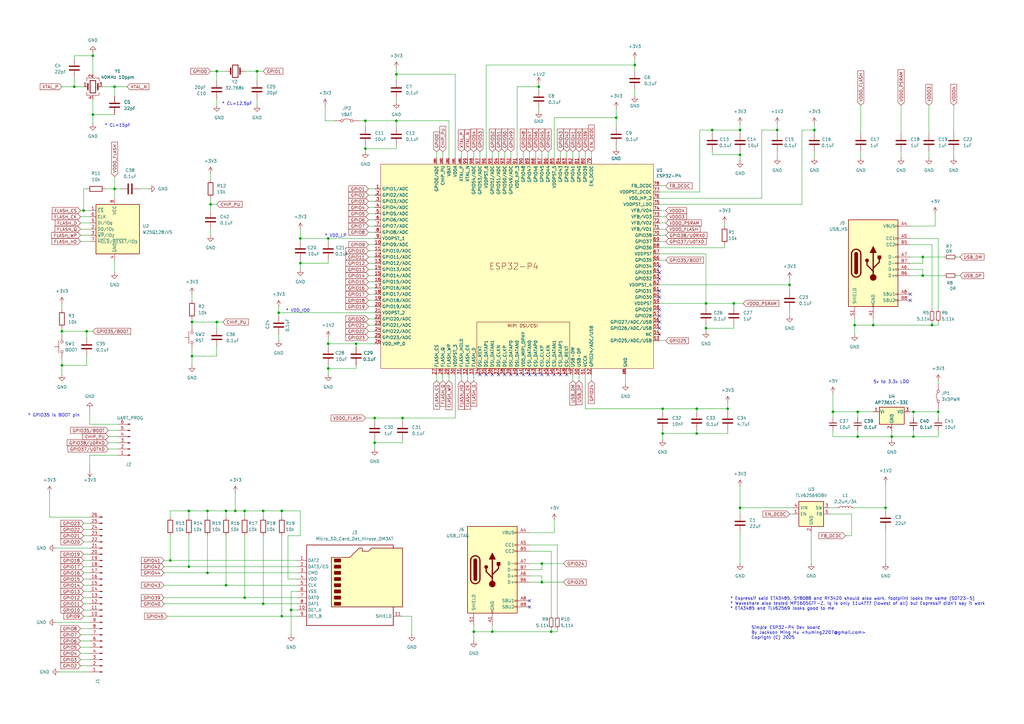
<source format=kicad_sch>
(kicad_sch (version 20250114) (generator "eeschema") (generator_version "9.0")
  (paper "A3")
  (text "* VDD_IO0" (at 122.174 127.508 0) (effects (font (size 1.27 1.27))))
  (text "* CL=12.5pF\n" (at 97.282 42.672 0) (effects (font (size 1.27 1.27))))
  (text "Simple ESP32-P4 Dev board\nBy Jackson Ming Hu <huming2207@gmail.com>\nCopright (C) 2025 " (at 308.102 259.588 0) (effects (font (size 1.27 1.27)) (justify left)))
  (text "5v to 3.3v LDO" (at 358.14 157.48 0) (effects (font (size 1.27 1.27)) (justify left bottom)))
  (text "* VDD_LP\n" (at 137.668 96.774 0) (effects (font (size 1.27 1.27))))
  (text "* CL=15pF\n" (at 48.26 51.562 0) (effects (font (size 1.27 1.27))))
  (text "* GPIO35 is BOOT pin" (at 22.098 170.434 0) (effects (font (size 1.27 1.27))))
  (text "* Espressif said ETA3485, SY8088 and RY3420 should also work, footprint looks the same (SOT23-5)\n* Waveshare also tested MP1605GTF-Z, Iq is only 11uA??? (lowest of all) but Espressif didn't say it work\n* ETA3485 and TLV62569 looks good to me" (at 299.466 247.65 0) (effects (font (size 1.27 1.27)) (justify left)))
  (junction (at 374.65 168.91))
  (junction (at 92.71 240.03))
  (junction (at 351.79 179.07))
  (junction (at 165.1 171.45))
  (junction (at 46.99 77.47))
  (junction (at 119.38 250.19))
  (junction (at 114.3 128.27))
  (junction (at 318.77 53.34))
  (junction (at 88.9 29.21))
  (junction (at 323.85 116.84))
  (junction (at 105.41 29.21))
  (junction (at 123.19 107.95))
  (junction (at 92.71 209.55))
  (junction (at 303.53 53.34))
  (junction (at 34.29 86.36))
  (junction (at 96.52 209.55))
  (junction (at 38.1 22.86))
  (junction (at 77.47 232.41))
  (junction (at 35.56 135.89))
  (junction (at 194.31 259.08))
  (junction (at 365.76 179.07))
  (junction (at 351.79 168.91))
  (junction (at 134.62 140.97))
  (junction (at 78.74 146.05))
  (junction (at 292.1 53.34))
  (junction (at 85.09 209.55))
  (junction (at 100.33 209.55))
  (junction (at 86.36 83.82))
  (junction (at 271.78 177.8))
  (junction (at 38.1 46.99))
  (junction (at 289.56 134.62))
  (junction (at 134.62 97.79))
  (junction (at 252.73 48.26))
  (junction (at 226.06 259.08))
  (junction (at 341.63 168.91))
  (junction (at 123.19 97.79))
  (junction (at 334.01 53.34))
  (junction (at 149.86 60.96))
  (junction (at 115.57 209.55))
  (junction (at 271.78 167.64))
  (junction (at 378.46 105.41))
  (junction (at 100.33 245.11))
  (junction (at 149.86 49.53))
  (junction (at 107.95 209.55))
  (junction (at 85.09 234.95))
  (junction (at 358.14 133.35))
  (junction (at 303.53 63.5))
  (junction (at 384.81 168.91))
  (junction (at 201.93 259.08))
  (junction (at 285.75 177.8))
  (junction (at 162.56 49.53))
  (junction (at 153.67 181.61))
  (junction (at 25.4 149.86))
  (junction (at 77.47 209.55))
  (junction (at 363.22 208.28))
  (junction (at 107.95 247.65))
  (junction (at 88.9 132.08))
  (junction (at 378.46 113.03))
  (junction (at 25.4 135.89))
  (junction (at 374.65 179.07))
  (junction (at 146.05 140.97))
  (junction (at 220.98 35.56))
  (junction (at 289.56 124.46))
  (junction (at 222.25 231.14))
  (junction (at 115.57 252.73))
  (junction (at 46.99 35.56))
  (junction (at 153.67 171.45))
  (junction (at 260.35 26.67))
  (junction (at 298.45 167.64))
  (junction (at 134.62 151.13))
  (junction (at 69.85 229.87))
  (junction (at 222.25 238.76))
  (junction (at 78.74 132.08))
  (junction (at 30.48 35.56))
  (junction (at 300.99 124.46))
  (junction (at 382.27 133.35))
  (junction (at 350.52 133.35))
  (junction (at 285.75 167.64))
  (junction (at 303.53 208.28))
  (junction (at 162.56 30.48))
  (no_connect (at 373.38 123.19))
  (no_connect (at 232.41 153.67))
  (no_connect (at 217.17 246.38))
  (no_connect (at 222.25 153.67))
  (no_connect (at 199.39 153.67))
  (no_connect (at 270.51 132.08))
  (no_connect (at 270.51 109.22))
  (no_connect (at 270.51 129.54))
  (no_connect (at 270.51 119.38))
  (no_connect (at 217.17 248.92))
  (no_connect (at 229.87 153.67))
  (no_connect (at 209.55 153.67))
  (no_connect (at 270.51 111.76))
  (no_connect (at 201.93 153.67))
  (no_connect (at 227.33 153.67))
  (no_connect (at 224.79 153.67))
  (no_connect (at 373.38 120.65))
  (no_connect (at 217.17 153.67))
  (no_connect (at 270.51 114.3))
  (no_connect (at 270.51 127))
  (no_connect (at 212.09 153.67))
  (no_connect (at 214.63 153.67))
  (no_connect (at 207.01 153.67))
  (no_connect (at 219.71 153.67))
  (no_connect (at 196.85 153.67))
  (no_connect (at 270.51 134.62))
  (no_connect (at 270.51 121.92))
  (no_connect (at 204.47 153.67))
  (wire (pts (xy 285.75 167.64) (xy 298.45 167.64)))
  (wire (pts (xy 318.77 53.34) (xy 318.77 54.61)))
  (wire (pts (xy 34.29 222.25) (xy 36.83 222.25)))
  (wire (pts (xy 67.31 234.95) (xy 85.09 234.95)))
  (wire (pts (xy 323.85 127) (xy 323.85 129.54)))
  (wire (pts (xy 334.01 53.34) (xy 334.01 54.61)))
  (wire (pts (xy 46.99 35.56) (xy 52.07 35.56)))
  (wire (pts (xy 393.7 105.41) (xy 392.43 105.41)))
  (wire (pts (xy 107.95 247.65) (xy 121.92 247.65)))
  (wire (pts (xy 48.26 179.07) (xy 44.45 179.07)))
  (wire (pts (xy 179.07 156.21) (xy 179.07 153.67)))
  (wire (pts (xy 260.35 29.21) (xy 260.35 26.67)))
  (wire (pts (xy 162.56 49.53) (xy 184.15 49.53)))
  (wire (pts (xy 378.46 113.03) (xy 387.35 113.03)))
  (wire (pts (xy 151.13 133.35) (xy 153.67 133.35)))
  (wire (pts (xy 33.02 86.36) (xy 34.29 86.36)))
  (wire (pts (xy 194.31 259.08) (xy 194.31 262.89)))
  (wire (pts (xy 119.38 250.19) (xy 121.92 250.19)))
  (wire (pts (xy 88.9 29.21) (xy 88.9 33.02)))
  (wire (pts (xy 346.71 219.71) (xy 349.25 219.71)))
  (wire (pts (xy 334.01 50.8) (xy 334.01 53.34)))
  (wire (pts (xy 48.26 186.69) (xy 36.83 186.69)))
  (wire (pts (xy 88.9 132.08) (xy 91.44 132.08)))
  (wire (pts (xy 207.01 62.23) (xy 207.01 64.77)))
  (wire (pts (xy 260.35 26.67) (xy 199.39 26.67)))
  (wire (pts (xy 121.92 242.57) (xy 119.38 242.57)))
  (wire (pts (xy 115.57 252.73) (xy 121.92 252.73)))
  (wire (pts (xy 363.22 208.28) (xy 363.22 209.55)))
  (wire (pts (xy 86.36 93.98) (xy 86.36 96.52)))
  (wire (pts (xy 38.1 40.64) (xy 38.1 46.99)))
  (wire (pts (xy 381 64.77) (xy 381 62.23)))
  (wire (pts (xy 271.78 167.64) (xy 285.75 167.64)))
  (wire (pts (xy 365.76 176.53) (xy 365.76 179.07)))
  (wire (pts (xy 252.73 48.26) (xy 227.33 48.26)))
  (wire (pts (xy 86.36 83.82) (xy 88.9 83.82)))
  (wire (pts (xy 33.02 260.35) (xy 36.83 260.35)))
  (wire (pts (xy 41.91 35.56) (xy 46.99 35.56)))
  (wire (pts (xy 69.85 219.71) (xy 69.85 229.87)))
  (wire (pts (xy 67.31 232.41) (xy 77.47 232.41)))
  (wire (pts (xy 36.83 186.69) (xy 36.83 193.04)))
  (wire (pts (xy 226.06 257.81) (xy 226.06 259.08)))
  (wire (pts (xy 119.38 250.19) (xy 119.38 260.35)))
  (wire (pts (xy 191.77 62.23) (xy 191.77 64.77)))
  (wire (pts (xy 303.53 62.23) (xy 303.53 63.5)))
  (wire (pts (xy 162.56 27.94) (xy 162.56 30.48)))
  (wire (pts (xy 363.22 217.17) (xy 363.22 231.14)))
  (wire (pts (xy 273.05 106.68) (xy 270.51 106.68)))
  (wire (pts (xy 222.25 231.14) (xy 231.14 231.14)))
  (wire (pts (xy 151.13 105.41) (xy 153.67 105.41)))
  (wire (pts (xy 393.7 113.03) (xy 392.43 113.03)))
  (wire (pts (xy 369.57 64.77) (xy 369.57 62.23)))
  (wire (pts (xy 100.33 209.55) (xy 107.95 209.55)))
  (wire (pts (xy 384.81 167.64) (xy 384.81 168.91)))
  (wire (pts (xy 151.13 87.63) (xy 153.67 87.63)))
  (wire (pts (xy 38.1 46.99) (xy 38.1 50.8)))
  (wire (pts (xy 100.33 219.71) (xy 100.33 245.11)))
  (wire (pts (xy 38.1 21.59) (xy 38.1 22.86)))
  (wire (pts (xy 378.46 110.49) (xy 378.46 113.03)))
  (wire (pts (xy 35.56 77.47) (xy 34.29 77.47)))
  (wire (pts (xy 181.61 156.21) (xy 181.61 153.67)))
  (wire (pts (xy 114.3 125.73) (xy 114.3 128.27)))
  (wire (pts (xy 342.9 208.28) (xy 340.36 208.28)))
  (wire (pts (xy 151.13 100.33) (xy 153.67 100.33)))
  (wire (pts (xy 287.02 53.34) (xy 292.1 53.34)))
  (wire (pts (xy 34.29 242.57) (xy 36.83 242.57)))
  (wire (pts (xy 25.4 153.67) (xy 25.4 149.86)))
  (wire (pts (xy 270.51 116.84) (xy 323.85 116.84)))
  (wire (pts (xy 118.11 219.71) (xy 123.19 219.71)))
  (wire (pts (xy 162.56 40.64) (xy 162.56 41.91)))
  (wire (pts (xy 33.02 267.97) (xy 36.83 267.97)))
  (wire (pts (xy 69.85 209.55) (xy 77.47 209.55)))
  (wire (pts (xy 217.17 226.06) (xy 226.06 226.06)))
  (wire (pts (xy 228.6 257.81) (xy 228.6 259.08)))
  (wire (pts (xy 30.48 35.56) (xy 34.29 35.56)))
  (wire (pts (xy 134.62 138.43) (xy 134.62 140.97)))
  (wire (pts (xy 34.29 227.33) (xy 36.83 227.33)))
  (wire (pts (xy 34.29 240.03) (xy 36.83 240.03)))
  (wire (pts (xy 77.47 219.71) (xy 77.47 232.41)))
  (wire (pts (xy 220.98 45.72) (xy 220.98 44.45)))
  (wire (pts (xy 194.31 256.54) (xy 194.31 259.08)))
  (wire (pts (xy 86.36 83.82) (xy 86.36 86.36)))
  (wire (pts (xy 151.13 123.19) (xy 153.67 123.19)))
  (wire (pts (xy 220.98 35.56) (xy 212.09 35.56)))
  (wire (pts (xy 220.98 34.29) (xy 220.98 35.56)))
  (wire (pts (xy 30.48 22.86) (xy 38.1 22.86)))
  (wire (pts (xy 298.45 167.64) (xy 298.45 168.91)))
  (wire (pts (xy 34.29 229.87) (xy 36.83 229.87)))
  (wire (pts (xy 270.51 78.74) (xy 287.02 78.74)))
  (wire (pts (xy 232.41 62.23) (xy 232.41 64.77)))
  (wire (pts (xy 228.6 259.08) (xy 226.06 259.08)))
  (wire (pts (xy 384.81 132.08) (xy 384.81 133.35)))
  (wire (pts (xy 34.29 247.65) (xy 36.83 247.65)))
  (wire (pts (xy 151.13 107.95) (xy 153.67 107.95)))
  (wire (pts (xy 149.86 49.53) (xy 162.56 49.53)))
  (wire (pts (xy 184.15 156.21) (xy 184.15 153.67)))
  (wire (pts (xy 256.54 153.67) (xy 256.54 157.48)))
  (wire (pts (xy 134.62 107.95) (xy 123.19 107.95)))
  (wire (pts (xy 252.73 48.26) (xy 252.73 52.07)))
  (wire (pts (xy 151.13 77.47) (xy 153.67 77.47)))
  (wire (pts (xy 373.38 113.03) (xy 378.46 113.03)))
  (wire (pts (xy 219.71 62.23) (xy 219.71 64.77)))
  (wire (pts (xy 46.99 106.68) (xy 46.99 111.76)))
  (wire (pts (xy 107.95 209.55) (xy 107.95 212.09)))
  (wire (pts (xy 33.02 262.89) (xy 36.83 262.89)))
  (wire (pts (xy 351.79 179.07) (xy 365.76 179.07)))
  (wire (pts (xy 153.67 181.61) (xy 153.67 184.15)))
  (wire (pts (xy 196.85 62.23) (xy 196.85 64.77)))
  (wire (pts (xy 384.81 168.91) (xy 384.81 171.45)))
  (wire (pts (xy 151.13 95.25) (xy 153.67 95.25)))
  (wire (pts (xy 303.53 63.5) (xy 303.53 66.04)))
  (wire (pts (xy 134.62 106.68) (xy 134.62 107.95)))
  (wire (pts (xy 217.17 236.22) (xy 222.25 236.22)))
  (wire (pts (xy 149.86 59.69) (xy 149.86 60.96)))
  (wire (pts (xy 271.78 168.91) (xy 271.78 167.64)))
  (wire (pts (xy 35.56 146.05) (xy 35.56 149.86)))
  (wire (pts (xy 292.1 53.34) (xy 292.1 54.61)))
  (wire (pts (xy 186.69 30.48) (xy 186.69 64.77)))
  (wire (pts (xy 149.86 171.45) (xy 153.67 171.45)))
  (wire (pts (xy 25.4 135.89) (xy 25.4 137.16)))
  (wire (pts (xy 115.57 219.71) (xy 115.57 252.73)))
  (wire (pts (xy 242.57 156.21) (xy 242.57 153.67)))
  (wire (pts (xy 373.38 100.33) (xy 382.27 100.33)))
  (wire (pts (xy 67.31 229.87) (xy 69.85 229.87)))
  (wire (pts (xy 114.3 128.27) (xy 153.67 128.27)))
  (wire (pts (xy 147.32 49.53) (xy 149.86 49.53)))
  (wire (pts (xy 78.74 132.08) (xy 88.9 132.08)))
  (wire (pts (xy 121.92 237.49) (xy 118.11 237.49)))
  (wire (pts (xy 229.87 62.23) (xy 229.87 64.77)))
  (wire (pts (xy 165.1 180.34) (xy 165.1 181.61)))
  (wire (pts (xy 328.93 53.34) (xy 334.01 53.34)))
  (wire (pts (xy 151.13 90.17) (xy 153.67 90.17)))
  (wire (pts (xy 123.19 93.98) (xy 123.19 97.79)))
  (wire (pts (xy 297.18 101.6) (xy 297.18 100.33)))
  (wire (pts (xy 43.18 77.47) (xy 46.99 77.47)))
  (wire (pts (xy 374.65 168.91) (xy 384.81 168.91)))
  (wire (pts (xy 303.53 218.44) (xy 303.53 231.14)))
  (wire (pts (xy 289.56 104.14) (xy 289.56 124.46)))
  (wire (pts (xy 118.11 219.71) (xy 118.11 237.49)))
  (wire (pts (xy 48.26 181.61) (xy 44.45 181.61)))
  (wire (pts (xy 105.41 29.21) (xy 105.41 33.02)))
  (wire (pts (xy 34.29 252.73) (xy 36.83 252.73)))
  (wire (pts (xy 35.56 135.89) (xy 38.1 135.89)))
  (wire (pts (xy 270.51 124.46) (xy 289.56 124.46)))
  (wire (pts (xy 33.02 270.51) (xy 36.83 270.51)))
  (wire (pts (xy 363.22 198.12) (xy 363.22 208.28)))
  (wire (pts (xy 168.91 252.73) (xy 168.91 260.35)))
  (wire (pts (xy 78.74 146.05) (xy 78.74 143.51)))
  (wire (pts (xy 273.05 93.98) (xy 270.51 93.98)))
  (wire (pts (xy 358.14 133.35) (xy 350.52 133.35)))
  (wire (pts (xy 312.42 81.28) (xy 312.42 53.34)))
  (wire (pts (xy 123.19 106.68) (xy 123.19 107.95)))
  (wire (pts (xy 85.09 219.71) (xy 85.09 234.95)))
  (wire (pts (xy 240.03 167.64) (xy 271.78 167.64)))
  (wire (pts (xy 273.05 139.7) (xy 270.51 139.7)))
  (wire (pts (xy 133.35 49.53) (xy 137.16 49.53)))
  (wire (pts (xy 35.56 135.89) (xy 35.56 138.43)))
  (wire (pts (xy 194.31 62.23) (xy 194.31 64.77)))
  (wire (pts (xy 373.38 110.49) (xy 378.46 110.49)))
  (wire (pts (xy 67.31 240.03) (xy 92.71 240.03)))
  (wire (pts (xy 252.73 44.45) (xy 252.73 48.26)))
  (wire (pts (xy 123.19 97.79) (xy 123.19 99.06)))
  (wire (pts (xy 298.45 177.8) (xy 298.45 176.53)))
  (wire (pts (xy 68.58 252.73) (xy 115.57 252.73)))
  (wire (pts (xy 227.33 48.26) (xy 227.33 64.77)))
  (wire (pts (xy 38.1 22.86) (xy 38.1 30.48)))
  (wire (pts (xy 217.17 231.14) (xy 222.25 231.14)))
  (wire (pts (xy 222.25 233.68) (xy 222.25 231.14)))
  (wire (pts (xy 34.29 250.19) (xy 36.83 250.19)))
  (wire (pts (xy 374.65 179.07) (xy 384.81 179.07)))
  (wire (pts (xy 48.26 184.15) (xy 44.45 184.15)))
  (wire (pts (xy 234.95 156.21) (xy 234.95 153.67)))
  (wire (pts (xy 353.06 64.77) (xy 353.06 62.23)))
  (wire (pts (xy 289.56 133.35) (xy 289.56 134.62)))
  (wire (pts (xy 350.52 208.28) (xy 363.22 208.28)))
  (wire (pts (xy 30.48 24.13) (xy 30.48 22.86)))
  (wire (pts (xy 270.51 101.6) (xy 297.18 101.6)))
  (wire (pts (xy 365.76 179.07) (xy 365.76 180.34)))
  (wire (pts (xy 107.95 219.71) (xy 107.95 247.65)))
  (wire (pts (xy 373.38 107.95) (xy 378.46 107.95)))
  (wire (pts (xy 85.09 234.95) (xy 121.92 234.95)))
  (wire (pts (xy 96.52 209.55) (xy 100.33 209.55)))
  (wire (pts (xy 351.79 179.07) (xy 351.79 176.53)))
  (wire (pts (xy 146.05 140.97) (xy 153.67 140.97)))
  (wire (pts (xy 312.42 53.34) (xy 318.77 53.34)))
  (wire (pts (xy 226.06 226.06) (xy 226.06 252.73)))
  (wire (pts (xy 270.51 104.14) (xy 289.56 104.14)))
  (wire (pts (xy 222.25 62.23) (xy 222.25 64.77)))
  (wire (pts (xy 25.4 35.56) (xy 30.48 35.56)))
  (wire (pts (xy 149.86 52.07) (xy 149.86 49.53)))
  (wire (pts (xy 228.6 223.52) (xy 228.6 252.73)))
  (wire (pts (xy 38.1 46.99) (xy 46.99 46.99)))
  (wire (pts (xy 351.79 168.91) (xy 351.79 171.45)))
  (wire (pts (xy 100.33 29.21) (xy 105.41 29.21)))
  (wire (pts (xy 271.78 176.53) (xy 271.78 177.8)))
  (wire (pts (xy 373.38 92.71) (xy 383.54 92.71)))
  (wire (pts (xy 153.67 180.34) (xy 153.67 181.61)))
  (wire (pts (xy 273.05 96.52) (xy 270.51 96.52)))
  (wire (pts (xy 189.23 62.23) (xy 189.23 64.77)))
  (wire (pts (xy 85.09 209.55) (xy 92.71 209.55)))
  (wire (pts (xy 33.02 93.98) (xy 36.83 93.98)))
  (wire (pts (xy 242.57 62.23) (xy 242.57 64.77)))
  (wire (pts (xy 151.13 120.65) (xy 153.67 120.65)))
  (wire (pts (xy 162.56 30.48) (xy 186.69 30.48)))
  (wire (pts (xy 57.15 77.47) (xy 60.96 77.47)))
  (wire (pts (xy 78.74 130.81) (xy 78.74 132.08)))
  (wire (pts (xy 217.17 218.44) (xy 227.33 218.44)))
  (wire (pts (xy 237.49 62.23) (xy 237.49 64.77)))
  (wire (pts (xy 224.79 62.23) (xy 224.79 64.77)))
  (wire (pts (xy 300.99 134.62) (xy 289.56 134.62)))
  (wire (pts (xy 353.06 43.18) (xy 353.06 54.61)))
  (wire (pts (xy 217.17 238.76) (xy 222.25 238.76)))
  (wire (pts (xy 151.13 102.87) (xy 153.67 102.87)))
  (wire (pts (xy 25.4 135.89) (xy 35.56 135.89)))
  (wire (pts (xy 151.13 85.09) (xy 153.67 85.09)))
  (wire (pts (xy 24.13 275.59) (xy 36.83 275.59)))
  (wire (pts (xy 46.99 77.47) (xy 46.99 81.28)))
  (wire (pts (xy 341.63 161.29) (xy 341.63 168.91)))
  (wire (pts (xy 292.1 63.5) (xy 303.53 63.5)))
  (wire (pts (xy 115.57 209.55) (xy 115.57 212.09)))
  (wire (pts (xy 318.77 62.23) (xy 318.77 64.77)))
  (wire (pts (xy 381 43.18) (xy 381 54.61)))
  (wire (pts (xy 149.86 60.96) (xy 162.56 60.96)))
  (wire (pts (xy 92.71 209.55) (xy 96.52 209.55)))
  (wire (pts (xy 88.9 40.64) (xy 88.9 43.18)))
  (wire (pts (xy 341.63 168.91) (xy 341.63 171.45)))
  (wire (pts (xy 34.29 232.41) (xy 36.83 232.41)))
  (wire (pts (xy 349.25 219.71) (xy 349.25 210.82)))
  (wire (pts (xy 374.65 168.91) (xy 374.65 171.45)))
  (wire (pts (xy 134.62 97.79) (xy 134.62 99.06)))
  (wire (pts (xy 48.26 173.99) (xy 36.83 173.99)))
  (wire (pts (xy 34.29 237.49) (xy 36.83 237.49)))
  (wire (pts (xy 33.02 91.44) (xy 36.83 91.44)))
  (wire (pts (xy 271.78 177.8) (xy 285.75 177.8)))
  (wire (pts (xy 78.74 132.08) (xy 78.74 133.35)))
  (wire (pts (xy 151.13 113.03) (xy 153.67 113.03)))
  (wire (pts (xy 303.53 54.61) (xy 303.53 53.34)))
  (wire (pts (xy 303.53 208.28) (xy 325.12 208.28)))
  (wire (pts (xy 323.85 114.3) (xy 323.85 116.84)))
  (wire (pts (xy 260.35 24.13) (xy 260.35 26.67)))
  (wire (pts (xy 92.71 240.03) (xy 121.92 240.03)))
  (wire (pts (xy 384.81 176.53) (xy 384.81 179.07)))
  (wire (pts (xy 151.13 130.81) (xy 153.67 130.81)))
  (wire (pts (xy 303.53 210.82) (xy 303.53 208.28)))
  (wire (pts (xy 237.49 156.21) (xy 237.49 153.67)))
  (wire (pts (xy 162.56 59.69) (xy 162.56 60.96)))
  (wire (pts (xy 292.1 53.34) (xy 303.53 53.34)))
  (wire (pts (xy 270.51 86.36) (xy 273.05 86.36)))
  (wire (pts (xy 204.47 62.23) (xy 204.47 64.77)))
  (wire (pts (xy 383.54 92.71) (xy 383.54 87.63)))
  (wire (pts (xy 134.62 149.86) (xy 134.62 151.13)))
  (wire (pts (xy 341.63 168.91) (xy 351.79 168.91)))
  (wire (pts (xy 151.13 125.73) (xy 153.67 125.73)))
  (wire (pts (xy 287.02 78.74) (xy 287.02 53.34)))
  (wire (pts (xy 34.29 77.47) (xy 34.29 86.36)))
  (wire (pts (xy 165.1 171.45) (xy 153.67 171.45)))
  (wire (pts (xy 318.77 50.8) (xy 318.77 53.34)))
  (wire (pts (xy 123.19 97.79) (xy 134.62 97.79)))
  (wire (pts (xy 186.69 171.45) (xy 186.69 153.67)))
  (wire (pts (xy 289.56 125.73) (xy 289.56 124.46)))
  (wire (pts (xy 349.25 210.82) (xy 340.36 210.82)))
  (wire (pts (xy 69.85 212.09) (xy 69.85 209.55)))
  (wire (pts (xy 222.25 236.22) (xy 222.25 238.76)))
  (wire (pts (xy 217.17 62.23) (xy 217.17 64.77)))
  (wire (pts (xy 297.18 91.44) (xy 297.18 92.71)))
  (wire (pts (xy 165.1 181.61) (xy 153.67 181.61)))
  (wire (pts (xy 149.86 60.96) (xy 149.86 62.23)))
  (wire (pts (xy 107.95 29.21) (xy 105.41 29.21)))
  (wire (pts (xy 332.74 218.44) (xy 332.74 231.14)))
  (wire (pts (xy 184.15 49.53) (xy 184.15 64.77)))
  (wire (pts (xy 358.14 130.81) (xy 358.14 133.35)))
  (wire (pts (xy 292.1 62.23) (xy 292.1 63.5)))
  (wire (pts (xy 151.13 82.55) (xy 153.67 82.55)))
  (wire (pts (xy 240.03 153.67) (xy 240.03 167.64)))
  (wire (pts (xy 33.02 96.52) (xy 36.83 96.52)))
  (wire (pts (xy 123.19 107.95) (xy 123.19 110.49)))
  (wire (pts (xy 100.33 245.11) (xy 121.92 245.11)))
  (wire (pts (xy 270.51 81.28) (xy 312.42 81.28)))
  (wire (pts (xy 350.52 130.81) (xy 350.52 133.35)))
  (wire (pts (xy 323.85 210.82) (xy 325.12 210.82)))
  (wire (pts (xy 67.31 245.11) (xy 100.33 245.11)))
  (wire (pts (xy 273.05 76.2) (xy 270.51 76.2)))
  (wire (pts (xy 69.85 229.87) (xy 121.92 229.87)))
  (wire (pts (xy 48.26 176.53) (xy 44.45 176.53)))
  (wire (pts (xy 328.93 83.82) (xy 328.93 53.34)))
  (wire (pts (xy 134.62 140.97) (xy 146.05 140.97)))
  (wire (pts (xy 123.19 209.55) (xy 115.57 209.55)))
  (wire (pts (xy 151.13 92.71) (xy 153.67 92.71)))
  (wire (pts (xy 92.71 219.71) (xy 92.71 240.03)))
  (wire (pts (xy 378.46 105.41) (xy 387.35 105.41)))
  (wire (pts (xy 289.56 134.62) (xy 289.56 135.89)))
  (wire (pts (xy 165.1 252.73) (xy 168.91 252.73)))
  (wire (pts (xy 25.4 134.62) (xy 25.4 135.89)))
  (wire (pts (xy 369.57 43.18) (xy 369.57 54.61)))
  (wire (pts (xy 34.29 86.36) (xy 36.83 86.36)))
  (wire (pts (xy 86.36 29.21) (xy 88.9 29.21)))
  (wire (pts (xy 217.17 233.68) (xy 222.25 233.68)))
  (wire (pts (xy 86.36 81.28) (xy 86.36 83.82)))
  (wire (pts (xy 20.32 212.09) (xy 36.83 212.09)))
  (wire (pts (xy 201.93 62.23) (xy 201.93 64.77)))
  (wire (pts (xy 36.83 255.27) (xy 22.86 255.27)))
  (wire (pts (xy 285.75 177.8) (xy 285.75 176.53)))
  (wire (pts (xy 36.83 173.99) (xy 36.83 167.64)))
  (wire (pts (xy 270.51 88.9) (xy 273.05 88.9)))
  (wire (pts (xy 33.02 99.06) (xy 36.83 99.06)))
  (wire (pts (xy 33.02 273.05) (xy 36.83 273.05)))
  (wire (pts (xy 25.4 124.46) (xy 25.4 127)))
  (wire (pts (xy 214.63 62.23) (xy 214.63 64.77)))
  (wire (pts (xy 33.02 88.9) (xy 36.83 88.9)))
  (wire (pts (xy 212.09 35.56) (xy 212.09 64.77)))
  (wire (pts (xy 201.93 256.54) (xy 201.93 259.08)))
  (wire (pts (xy 151.13 80.01) (xy 153.67 80.01)))
  (wire (pts (xy 162.56 49.53) (xy 162.56 52.07)))
  (wire (pts (xy 30.48 31.75) (xy 30.48 35.56)))
  (wire (pts (xy 134.62 140.97) (xy 134.62 142.24)))
  (wire (pts (xy 100.33 209.55) (xy 100.33 212.09)))
  (wire (pts (xy 384.81 156.21) (xy 384.81 157.48)))
  (wire (pts (xy 162.56 30.48) (xy 162.56 33.02)))
  (wire (pts (xy 260.35 36.83) (xy 260.35 39.37)))
  (wire (pts (xy 88.9 132.08) (xy 88.9 134.62)))
  (wire (pts (xy 151.13 138.43) (xy 153.67 138.43)))
  (wire (pts (xy 334.01 62.23) (xy 334.01 64.77)))
  (wire (pts (xy 114.3 129.54) (xy 114.3 128.27)))
  (wire (pts (xy 234.95 62.23) (xy 234.95 64.77)))
  (wire (pts (xy 105.41 40.64) (xy 105.41 43.18)))
  (wire (pts (xy 194.31 156.21) (xy 194.31 153.67)))
  (wire (pts (xy 273.05 91.44) (xy 270.51 91.44)))
  (wire (pts (xy 88.9 29.21) (xy 92.71 29.21)))
  (wire (pts (xy 271.78 177.8) (xy 271.78 180.34)))
  (wire (pts (xy 303.53 199.39) (xy 303.53 208.28)))
  (wire (pts (xy 384.81 133.35) (xy 382.27 133.35)))
  (wire (pts (xy 189.23 156.21) (xy 189.23 153.67)))
  (wire (pts (xy 86.36 71.12) (xy 86.36 73.66)))
  (wire (pts (xy 373.38 168.91) (xy 374.65 168.91)))
  (wire (pts (xy 209.55 62.23) (xy 209.55 64.77)))
  (wire (pts (xy 34.29 234.95) (xy 36.83 234.95)))
  (wire (pts (xy 341.63 176.53) (xy 341.63 179.07)))
  (wire (pts (xy 146.05 151.13) (xy 134.62 151.13)))
  (wire (pts (xy 289.56 124.46) (xy 300.99 124.46)))
  (wire (pts (xy 220.98 35.56) (xy 220.98 36.83)))
  (wire (pts (xy 33.02 265.43) (xy 36.83 265.43)))
  (wire (pts (xy 77.47 209.55) (xy 85.09 209.55)))
  (wire (pts (xy 46.99 35.56) (xy 46.99 39.37)))
  (wire (pts (xy 365.76 179.07) (xy 374.65 179.07)))
  (wire (pts (xy 341.63 179.07) (xy 351.79 179.07)))
  (wire (pts (xy 165.1 171.45) (xy 186.69 171.45)))
  (wire (pts (xy 77.47 209.55) (xy 77.47 212.09)))
  (wire (pts (xy 179.07 62.23) (xy 179.07 64.77)))
  (wire (pts (xy 46.99 77.47) (xy 46.99 72.39)))
  (wire (pts (xy 240.03 62.23) (xy 240.03 64.77)))
  (wire (pts (xy 67.31 247.65) (xy 107.95 247.65)))
  (wire (pts (xy 119.38 242.57) (xy 119.38 250.19)))
  (wire (pts (xy 373.38 97.79) (xy 384.81 97.79)))
  (wire (pts (xy 199.39 26.67) (xy 199.39 64.77)))
  (wire (pts (xy 351.79 168.91) (xy 358.14 168.91)))
  (wire (pts (xy 146.05 149.86) (xy 146.05 151.13)))
  (wire (pts (xy 123.19 219.71) (xy 123.19 209.55)))
  (wire (pts (xy 191.77 156.21) (xy 191.77 153.67)))
  (wire (pts (xy 151.13 118.11) (xy 153.67 118.11)))
  (wire (pts (xy 46.99 77.47) (xy 49.53 77.47)))
  (wire (pts (xy 350.52 133.35) (xy 350.52 137.16)))
  (wire (pts (xy 88.9 146.05) (xy 78.74 146.05)))
  (wire (pts (xy 226.06 259.08) (xy 201.93 259.08)))
  (wire (pts (xy 300.99 124.46) (xy 304.8 124.46)))
  (wire (pts (xy 270.51 83.82) (xy 328.93 83.82)))
  (wire (pts (xy 25.4 149.86) (xy 25.4 147.32)))
  (wire (pts (xy 252.73 59.69) (xy 252.73 60.96)))
  (wire (pts (xy 151.13 115.57) (xy 153.67 115.57)))
  (wire (pts (xy 384.81 97.79) (xy 384.81 127)))
  (wire (pts (xy 382.27 133.35) (xy 358.14 133.35)))
  (wire (pts (xy 374.65 176.53) (xy 374.65 179.07)))
  (wire (pts (xy 33.02 257.81) (xy 36.83 257.81)))
  (wire (pts (xy 298.45 165.1) (xy 298.45 167.64)))
  (wire (pts (xy 303.53 50.8) (xy 303.53 53.34)))
  (wire (pts (xy 88.9 142.24) (xy 88.9 146.05)))
  (wire (pts (xy 300.99 124.46) (xy 300.99 125.73)))
  (wire (pts (xy 382.27 132.08) (xy 382.27 133.35)))
  (wire (pts (xy 35.56 149.86) (xy 25.4 149.86)))
  (wire (pts (xy 391.16 43.18) (xy 391.16 54.61)))
  (wire (pts (xy 373.38 105.41) (xy 378.46 105.41)))
  (wire (pts (xy 391.16 64.77) (xy 391.16 62.23)))
  (wire (pts (xy 78.74 120.65) (xy 78.74 123.19)))
  (wire (pts (xy 85.09 209.55) (xy 85.09 212.09)))
  (wire (pts (xy 153.67 171.45) (xy 153.67 172.72)))
  (wire (pts (xy 165.1 171.45) (xy 165.1 172.72)))
  (wire (pts (xy 382.27 100.33) (xy 382.27 127)))
  (wire (pts (xy 34.29 219.71) (xy 36.83 219.71)))
  (wire (pts (xy 34.29 214.63) (xy 36.83 214.63)))
  (wire (pts (xy 133.35 43.18) (xy 133.35 49.53)))
  (wire (pts (xy 36.83 224.79) (xy 22.86 224.79)))
  (wire (pts (xy 78.74 149.86) (xy 78.74 146.05)))
  (wire (pts (xy 34.29 217.17) (xy 36.83 217.17)))
  (wire (pts (xy 378.46 107.95) (xy 378.46 105.41)))
  (wire (pts (xy 273.05 99.06) (xy 270.51 99.06)))
  (wire (pts (xy 285.75 177.8) (xy 298.45 177.8)))
  (wire (pts (xy 96.52 201.93) (xy 96.52 209.55)))
  (wire (pts (xy 146.05 140.97) (xy 146.05 142.24)))
  (wire (pts (xy 20.32 201.93) (xy 20.32 212.09)))
  (wire (pts (xy 151.13 110.49) (xy 153.67 110.49)))
  (wire (pts (xy 227.33 218.44) (xy 227.33 213.36)))
  (wire (pts (xy 134.62 151.13) (xy 134.62 153.67)))
  (wire (pts (xy 222.25 238.76) (xy 231.14 238.76)))
  (wire (pts (xy 107.95 209.55) (xy 115.57 209.55)))
  (wire (pts (xy 34.29 245.11) (xy 36.83 245.11)))
  (wire (pts (xy 285.75 167.64) (xy 285.75 168.91)))
  (wire (pts (xy 201.93 259.08) (xy 194.31 259.08)))
  (wire (pts (xy 217.17 223.52) (xy 228.6 223.52)))
  (wire (pts (xy 181.61 62.23) (xy 181.61 64.77)))
  (wire (pts (xy 300.99 133.35) (xy 300.99 134.62)))
  (wire (pts (xy 151.13 135.89) (xy 153.67 135.89)))
  (wire (pts (xy 114.3 139.7) (xy 114.3 137.16)))
  (wire (pts (xy 92.71 209.55) (xy 92.71 212.09)))
  (wire (pts (xy 134.62 97.79) (xy 153.67 97.79)))
  (wire (pts (xy 77.47 232.41) (xy 121.92 232.41)))
  (wire (pts (xy 323.85 116.84) (xy 323.85 119.38)))
  (global_label "GPIO19" (shape input) (at 151.13 125.73 180) (property "Intersheetrefs" "${INTERSHEET_REFS}" (effects (hide yes))))
  (global_label "GPIO5" (shape input) (at 33.02 265.43 180) (property "Intersheetrefs" "${INTERSHEET_REFS}" (effects (hide yes))))
  (global_label "EN_DCDC" (shape input) (at 242.57 62.23 90) (property "Intersheetrefs" "${INTERSHEET_REFS}" (effects (hide yes))))
  (global_label "GPIO47" (shape input) (at 217.17 62.23 90) (property "Intersheetrefs" "${INTERSHEET_REFS}" (effects (hide yes))))
  (global_label "GPIO14" (shape input) (at 151.13 113.03 180) (property "Intersheetrefs" "${INTERSHEET_REFS}" (effects (hide yes))))
  (global_label "GPIO51" (shape input) (at 204.47 62.23 90) (property "Intersheetrefs" "${INTERSHEET_REFS}" (effects (hide yes))))
  (global_label "GPIO10" (shape input) (at 34.29 250.19 180) (property "Intersheetrefs" "${INTERSHEET_REFS}" (effects (hide yes))))
  (global_label "FLASH_CS" (shape input) (at 179.07 156.21 270) (property "Intersheetrefs" "${INTERSHEET_REFS}" (effects (hide yes))))
  (global_label "USB_DP" (shape input) (at 237.49 156.21 270) (property "Intersheetrefs" "${INTERSHEET_REFS}" (effects (hide yes))))
  (global_label "VDDO3" (shape input) (at 273.05 88.9 0) (property "Intersheetrefs" "${INTERSHEET_REFS}" (effects (hide yes))))
  (global_label "GPIO8" (shape input) (at 33.02 257.81 180) (property "Intersheetrefs" "${INTERSHEET_REFS}" (effects (hide yes))))
  (global_label "USB_DP" (shape input) (at 393.7 113.03 0) (property "Intersheetrefs" "${INTERSHEET_REFS}" (effects (hide yes))))
  (global_label "GPIO16" (shape input) (at 34.29 234.95 180) (property "Intersheetrefs" "${INTERSHEET_REFS}" (effects (hide yes))))
  (global_label "GPIO38{slash}U0RXD" (shape input) (at 44.45 181.61 180) (property "Intersheetrefs" "${INTERSHEET_REFS}" (effects (hide yes))))
  (global_label "GPIO49" (shape input) (at 209.55 62.23 90) (property "Intersheetrefs" "${INTERSHEET_REFS}" (effects (hide yes))))
  (global_label "GPIO17" (shape input) (at 151.13 120.65 180) (property "Intersheetrefs" "${INTERSHEET_REFS}" (effects (hide yes))))
  (global_label "GPIO5" (shape input) (at 151.13 87.63 180) (property "Intersheetrefs" "${INTERSHEET_REFS}" (effects (hide yes))))
  (global_label "GPIO23" (shape input) (at 151.13 138.43 180) (property "Intersheetrefs" "${INTERSHEET_REFS}" (effects (hide yes))))
  (global_label "GPIO6" (shape input) (at 33.02 262.89 180) (property "Intersheetrefs" "${INTERSHEET_REFS}" (effects (hide yes))))
  (global_label "GPIO24" (shape input) (at 242.57 156.21 270) (property "Intersheetrefs" "${INTERSHEET_REFS}" (effects (hide yes))))
  (global_label "GPIO42" (shape input) (at 67.31 232.41 180) (property "Intersheetrefs" "${INTERSHEET_REFS}" (effects (hide yes))))
  (global_label "GPIO18" (shape input) (at 151.13 123.19 180) (property "Intersheetrefs" "${INTERSHEET_REFS}" (effects (hide yes))))
  (global_label "CHIP_PU" (shape input) (at 44.45 179.07 180) (property "Intersheetrefs" "${INTERSHEET_REFS}" (effects (hide yes))))
  (global_label "EN_DCDC" (shape input) (at 323.85 210.82 180) (property "Intersheetrefs" "${INTERSHEET_REFS}" (effects (hide yes))))
  (global_label "VDDO_FLASH" (shape input) (at 273.05 93.98 0) (property "Intersheetrefs" "${INTERSHEET_REFS}" (effects (hide yes))))
  (global_label "XTAL_P" (shape input) (at 189.23 62.23 90) (property "Intersheetrefs" "${INTERSHEET_REFS}" (effects (hide yes))))
  (global_label "XTAL_N" (shape input) (at 191.77 62.23 90) (property "Intersheetrefs" "${INTERSHEET_REFS}" (effects (hide yes))))
  (global_label "FLASH_HD" (shape input) (at 33.02 99.06 180) (property "Intersheetrefs" "${INTERSHEET_REFS}" (effects (hide yes))))
  (global_label "FLASH_D" (shape input) (at 194.31 156.21 270) (property "Intersheetrefs" "${INTERSHEET_REFS}" (effects (hide yes))))
  (global_label "GPIO14" (shape input) (at 34.29 240.03 180) (property "Intersheetrefs" "${INTERSHEET_REFS}" (effects (hide yes))))
  (global_label "FLASH_CK" (shape input) (at 33.02 88.9 180) (property "Intersheetrefs" "${INTERSHEET_REFS}" (effects (hide yes))))
  (global_label "GPIO9" (shape input) (at 34.29 252.73 180) (property "Intersheetrefs" "${INTERSHEET_REFS}" (effects (hide yes))))
  (global_label "GPIO41" (shape input) (at 67.31 229.87 180) (property "Intersheetrefs" "${INTERSHEET_REFS}" (effects (hide yes))))
  (global_label "GPIO12" (shape input) (at 34.29 245.11 180) (property "Intersheetrefs" "${INTERSHEET_REFS}" (effects (hide yes))))
  (global_label "GPIO43" (shape input) (at 67.31 240.03 180) (property "Intersheetrefs" "${INTERSHEET_REFS}" (effects (hide yes))))
  (global_label "VDDO_FLASH" (shape input) (at 46.99 72.39 90) (property "Intersheetrefs" "${INTERSHEET_REFS}" (effects (hide yes))))
  (global_label "GPIO4" (shape input) (at 33.02 267.97 180) (property "Intersheetrefs" "${INTERSHEET_REFS}" (effects (hide yes))))
  (global_label "FB_DCDC" (shape input) (at 346.71 219.71 180) (property "Intersheetrefs" "${INTERSHEET_REFS}" (effects (hide yes))))
  (global_label "FLASH_Q" (shape input) (at 181.61 156.21 270) (property "Intersheetrefs" "${INTERSHEET_REFS}" (effects (hide yes))))
  (global_label "GPIO39" (shape input) (at 67.31 245.11 180) (property "Intersheetrefs" "${INTERSHEET_REFS}" (effects (hide yes))))
  (global_label "GPIO50" (shape input) (at 207.01 62.23 90) (property "Intersheetrefs" "${INTERSHEET_REFS}" (effects (hide yes))))
  (global_label "FLASH_HD" (shape input) (at 189.23 156.21 270) (property "Intersheetrefs" "${INTERSHEET_REFS}" (effects (hide yes))))
  (global_label "GPIO0" (shape input) (at 179.07 62.23 90) (property "Intersheetrefs" "${INTERSHEET_REFS}" (effects (hide yes))))
  (global_label "VDDO_PSRAM" (shape input) (at 369.57 43.18 90) (property "Intersheetrefs" "${INTERSHEET_REFS}" (effects (hide yes))))
  (global_label "GPIO35{slash}BOOT" (shape input) (at 273.05 106.68 0) (property "Intersheetrefs" "${INTERSHEET_REFS}" (effects (hide yes))))
  (global_label "GPIO20" (shape input) (at 34.29 222.25 180) (property "Intersheetrefs" "${INTERSHEET_REFS}" (effects (hide yes))))
  (global_label "GPIO6" (shape input) (at 151.13 90.17 180) (property "Intersheetrefs" "${INTERSHEET_REFS}" (effects (hide yes))))
  (global_label "GPIO11" (shape input) (at 34.29 247.65 180) (property "Intersheetrefs" "${INTERSHEET_REFS}" (effects (hide yes))))
  (global_label "GPIO54" (shape input) (at 194.31 62.23 90) (property "Intersheetrefs" "${INTERSHEET_REFS}" (effects (hide yes))))
  (global_label "GPIO13" (shape input) (at 34.29 242.57 180) (property "Intersheetrefs" "${INTERSHEET_REFS}" (effects (hide yes))))
  (global_label "GPIO11" (shape input) (at 151.13 105.41 180) (property "Intersheetrefs" "${INTERSHEET_REFS}" (effects (hide yes))))
  (global_label "GPIO12" (shape input) (at 151.13 107.95 180) (property "Intersheetrefs" "${INTERSHEET_REFS}" (effects (hide yes))))
  (global_label "GPIO13" (shape input) (at 151.13 110.49 180) (property "Intersheetrefs" "${INTERSHEET_REFS}" (effects (hide yes))))
  (global_label "GPIO3" (shape input) (at 151.13 82.55 180) (property "Intersheetrefs" "${INTERSHEET_REFS}" (effects (hide yes))))
  (global_label "GPIO46" (shape input) (at 219.71 62.23 90) (property "Intersheetrefs" "${INTERSHEET_REFS}" (effects (hide yes))))
  (global_label "GPIO37{slash}U0TXD" (shape input) (at 44.45 184.15 180) (property "Intersheetrefs" "${INTERSHEET_REFS}" (effects (hide yes))))
  (global_label "XTAL_N" (shape input) (at 52.07 35.56 0) (property "Intersheetrefs" "${INTERSHEET_REFS}" (effects (hide yes))))
  (global_label "XTAL_P" (shape input) (at 25.4 35.56 180) (property "Intersheetrefs" "${INTERSHEET_REFS}" (effects (hide yes))))
  (global_label "GPIO22" (shape input) (at 151.13 135.89 180) (property "Intersheetrefs" "${INTERSHEET_REFS}" (effects (hide yes))))
  (global_label "GPIO35{slash}BOOT" (shape input) (at 38.1 135.89 0) (property "Intersheetrefs" "${INTERSHEET_REFS}" (effects (hide yes))))
  (global_label "CHIP_PU" (shape input) (at 88.9 83.82 0) (property "Intersheetrefs" "${INTERSHEET_REFS}" (effects (hide yes))))
  (global_label "GPIO35{slash}BOOT" (shape input) (at 44.45 176.53 180) (property "Intersheetrefs" "${INTERSHEET_REFS}" (effects (hide yes))))
  (global_label "GPIO10" (shape input) (at 151.13 102.87 180) (property "Intersheetrefs" "${INTERSHEET_REFS}" (effects (hide yes))))
  (global_label "GPIO37{slash}U0TXD" (shape input) (at 273.05 99.06 0) (property "Intersheetrefs" "${INTERSHEET_REFS}" (effects (hide yes))))
  (global_label "GPIO3" (shape input) (at 33.02 270.51 180) (property "Intersheetrefs" "${INTERSHEET_REFS}" (effects (hide yes))))
  (global_label "GPIO52" (shape input) (at 201.93 62.23 90) (property "Intersheetrefs" "${INTERSHEET_REFS}" (effects (hide yes))))
  (global_label "GPIO24" (shape input) (at 231.14 231.14 0) (property "Intersheetrefs" "${INTERSHEET_REFS}" (effects (hide yes))))
  (global_label "FLASH_CK" (shape input) (at 191.77 156.21 270) (property "Intersheetrefs" "${INTERSHEET_REFS}" (effects (hide yes))))
  (global_label "GPIO1" (shape input) (at 151.13 77.47 180) (property "Intersheetrefs" "${INTERSHEET_REFS}" (effects (hide yes))))
  (global_label "GPIO0" (shape input) (at 86.36 29.21 180) (property "Intersheetrefs" "${INTERSHEET_REFS}" (effects (hide yes))))
  (global_label "VDDO3" (shape input) (at 381 43.18 90) (property "Intersheetrefs" "${INTERSHEET_REFS}" (effects (hide yes))))
  (global_label "FLASH_CS" (shape input) (at 33.02 86.36 180) (property "Intersheetrefs" "${INTERSHEET_REFS}" (effects (hide yes))))
  (global_label "VDDO_FLASH" (shape input) (at 353.06 43.18 90) (property "Intersheetrefs" "${INTERSHEET_REFS}" (effects (hide yes))))
  (global_label "GPIO4" (shape input) (at 151.13 85.09 180) (property "Intersheetrefs" "${INTERSHEET_REFS}" (effects (hide yes))))
  (global_label "GPIO19" (shape input) (at 34.29 227.33 180) (property "Intersheetrefs" "${INTERSHEET_REFS}" (effects (hide yes))))
  (global_label "GPIO42" (shape input) (at 232.41 62.23 90) (property "Intersheetrefs" "${INTERSHEET_REFS}" (effects (hide yes))))
  (global_label "GPIO44" (shape input) (at 224.79 62.23 90) (property "Intersheetrefs" "${INTERSHEET_REFS}" (effects (hide yes))))
  (global_label "GPIO17" (shape input) (at 34.29 232.41 180) (property "Intersheetrefs" "${INTERSHEET_REFS}" (effects (hide yes))))
  (global_label "GPIO25" (shape input) (at 231.14 238.76 0) (property "Intersheetrefs" "${INTERSHEET_REFS}" (effects (hide yes))))
  (global_label "GPIO21" (shape input) (at 34.29 219.71 180) (property "Intersheetrefs" "${INTERSHEET_REFS}" (effects (hide yes))))
  (global_label "FLASH_Q" (shape input) (at 33.02 93.98 180) (property "Intersheetrefs" "${INTERSHEET_REFS}" (effects (hide yes))))
  (global_label "GPIO15" (shape input) (at 34.29 237.49 180) (property "Intersheetrefs" "${INTERSHEET_REFS}" (effects (hide yes))))
  (global_label "VDDO4" (shape input) (at 391.16 43.18 90) (property "Intersheetrefs" "${INTERSHEET_REFS}" (effects (hide yes))))
  (global_label "FLASH_WP" (shape input) (at 184.15 156.21 270) (property "Intersheetrefs" "${INTERSHEET_REFS}" (effects (hide yes))))
  (global_label "GPIO9" (shape input) (at 151.13 100.33 180) (property "Intersheetrefs" "${INTERSHEET_REFS}" (effects (hide yes))))
  (global_label "CHIP_PU" (shape input) (at 91.44 132.08 0) (property "Intersheetrefs" "${INTERSHEET_REFS}" (effects (hide yes))))
  (global_label "GPIO38{slash}U0RXD" (shape input) (at 273.05 96.52 0) (property "Intersheetrefs" "${INTERSHEET_REFS}" (effects (hide yes))))
  (global_label "GPIO39" (shape input) (at 240.03 62.23 90) (property "Intersheetrefs" "${INTERSHEET_REFS}" (effects (hide yes))))
  (global_label "GPIO45" (shape input) (at 68.58 252.73 180) (property "Intersheetrefs" "${INTERSHEET_REFS}" (effects (hide yes))))
  (global_label "GPIO40" (shape input) (at 67.31 247.65 180) (property "Intersheetrefs" "${INTERSHEET_REFS}" (effects (hide yes))))
  (global_label "VDDO_PSRAM" (shape input) (at 304.8 124.46 0) (property "Intersheetrefs" "${INTERSHEET_REFS}" (effects (hide yes))))
  (global_label "GPIO2" (shape input) (at 33.02 273.05 180) (property "Intersheetrefs" "${INTERSHEET_REFS}" (effects (hide yes))))
  (global_label "GPIO43" (shape input) (at 229.87 62.23 90) (property "Intersheetrefs" "${INTERSHEET_REFS}" (effects (hide yes))))
  (global_label "GPIO22" (shape input) (at 34.29 217.17 180) (property "Intersheetrefs" "${INTERSHEET_REFS}" (effects (hide yes))))
  (global_label "GPIO8" (shape input) (at 151.13 95.25 180) (property "Intersheetrefs" "${INTERSHEET_REFS}" (effects (hide yes))))
  (global_label "GPIO48" (shape input) (at 214.63 62.23 90) (property "Intersheetrefs" "${INTERSHEET_REFS}" (effects (hide yes))))
  (global_label "GPIO53" (shape input) (at 196.85 62.23 90) (property "Intersheetrefs" "${INTERSHEET_REFS}" (effects (hide yes))))
  (global_label "FB_DCDC" (shape input) (at 273.05 76.2 0) (property "Intersheetrefs" "${INTERSHEET_REFS}" (effects (hide yes))))
  (global_label "VDDO_FLASH" (shape input) (at 149.86 171.45 180) (property "Intersheetrefs" "${INTERSHEET_REFS}" (effects (hide yes))))
  (global_label "GPIO18" (shape input) (at 34.29 229.87 180) (property "Intersheetrefs" "${INTERSHEET_REFS}" (effects (hide yes))))
  (global_label "GPIO15" (shape input) (at 151.13 115.57 180) (property "Intersheetrefs" "${INTERSHEET_REFS}" (effects (hide yes))))
  (global_label "GPIO45" (shape input) (at 222.25 62.23 90) (property "Intersheetrefs" "${INTERSHEET_REFS}" (effects (hide yes))))
  (global_label "GPIO1" (shape input) (at 107.95 29.21 0) (property "Intersheetrefs" "${INTERSHEET_REFS}" (effects (hide yes))))
  (global_label "GPIO2" (shape input) (at 151.13 80.01 180) (property "Intersheetrefs" "${INTERSHEET_REFS}" (effects (hide yes))))
  (global_label "CHIP_PU" (shape input) (at 181.61 62.23 90) (property "Intersheetrefs" "${INTERSHEET_REFS}" (effects (hide yes))))
  (global_label "GPIO7" (shape input) (at 151.13 92.71 180) (property "Intersheetrefs" "${INTERSHEET_REFS}" (effects (hide yes))))
  (global_label "USB_DM" (shape input) (at 234.95 156.21 270) (property "Intersheetrefs" "${INTERSHEET_REFS}" (effects (hide yes))))
  (global_label "GPIO41" (shape input) (at 234.95 62.23 90) (property "Intersheetrefs" "${INTERSHEET_REFS}" (effects (hide yes))))
  (global_label "GPIO21" (shape input) (at 151.13 133.35 180) (property "Intersheetrefs" "${INTERSHEET_REFS}" (effects (hide yes))))
  (global_label "USB_DM" (shape input) (at 393.7 105.41 0) (property "Intersheetrefs" "${INTERSHEET_REFS}" (effects (hide yes))))
  (global_label "GPIO20" (shape input) (at 151.13 130.81 180) (property "Intersheetrefs" "${INTERSHEET_REFS}" (effects (hide yes))))
  (global_label "GPIO23" (shape input) (at 34.29 214.63 180) (property "Intersheetrefs" "${INTERSHEET_REFS}" (effects (hide yes))))
  (global_label "GPIO44" (shape input) (at 67.31 234.95 180) (property "Intersheetrefs" "${INTERSHEET_REFS}" (effects (hide yes))))
  (global_label "FLASH_D" (shape input) (at 33.02 91.44 180) (property "Intersheetrefs" "${INTERSHEET_REFS}" (effects (hide yes))))
  (global_label "FLASH_WP" (shape input) (at 33.02 96.52 180) (property "Intersheetrefs" "${INTERSHEET_REFS}" (effects (hide yes))))
  (global_label "GPIO7" (shape input) (at 33.02 260.35 180) (property "Intersheetrefs" "${INTERSHEET_REFS}" (effects (hide yes))))
  (global_label "GPIO16" (shape input) (at 151.13 118.11 180) (property "Intersheetrefs" "${INTERSHEET_REFS}" (effects (hide yes))))
  (global_label "GPIO25" (shape input) (at 273.05 139.7 0) (property "Intersheetrefs" "${INTERSHEET_REFS}" (effects (hide yes))))
  (global_label "VDDO4" (shape input) (at 273.05 86.36 0) (property "Intersheetrefs" "${INTERSHEET_REFS}" (effects (hide yes))))
  (global_label "VDDO_PSRAM" (shape input) (at 273.05 91.44 0) (property "Intersheetrefs" "${INTERSHEET_REFS}" (effects (hide yes))))
  (global_label "GPIO40" (shape input) (at 237.49 62.23 90) (property "Intersheetrefs" "${INTERSHEET_REFS}" (effects (hide yes))))
  (symbol (lib_id "power:+1V2") (at 220.98 34.29 0) (unit 1)
    (property "Reference" "#PWR070" (effects (hide yes)))
    (property "Value" "+1V2" (at 220.98 30.48 0))
    (property "Description" "Power symbol creates a global label with name \"+1V2\"" (effects (hide yes)))
  )
  (symbol (lib_id "power:+3V3") (at 252.73 44.45 0) (unit 1)
    (property "Reference" "#PWR028" (effects (hide yes)))
    (property "Value" "+3V3" (at 252.73 39.37 0))
    (property "Description" "Power symbol creates a global label with name \"+3V3\"" (effects (hide yes)))
  )
  (symbol (lib_id "Device:C") (at 369.57 58.42 0) (unit 1)
    (property "Reference" "C18" (at 373.38 57.1499 0) (effects (justify left)))
    (property "Value" "1uF" (at 373.38 59.6899 0) (effects (justify left)))
    (property "Footprint" "Capacitor_SMD:C_0603_1608Metric" (effects (hide yes)))
    (property "Description" "Unpolarized capacitor" (effects (hide yes)))
  )
  (symbol (lib_id "Device:C") (at 303.53 214.63 0) (unit 1)
    (property "Reference" "C1" (at 307.34 213.3599 0) (effects (justify left)))
    (property "Value" "22uF" (at 307.34 215.8999 0) (effects (justify left)))
    (property "Footprint" "Capacitor_SMD:C_0603_1608Metric" (effects (hide yes)))
    (property "Description" "Unpolarized capacitor" (effects (hide yes)))
  )
  (symbol (lib_id "Device:C") (at 271.78 172.72 0) (unit 1)
    (property "Reference" "C32" (at 275.59 171.4499 0) (effects (justify left)))
    (property "Value" "10nF" (at 275.59 173.9899 0) (effects (justify left)))
    (property "Footprint" "Capacitor_SMD:C_0402_1005Metric" (effects (hide yes)))
    (property "Description" "Unpolarized capacitor" (effects (hide yes)))
  )
  (symbol (lib_id "Device:R_Small") (at 382.27 129.54 0) (unit 1)
    (property "Reference" "R5" (at 378.46 128.27 0) (effects (justify left)))
    (property "Value" "5.11k" (at 375.92 130.81 0) (effects (justify left)))
    (property "Footprint" "Resistor_SMD:R_0402_1005Metric" (effects (hide yes)))
  )
  (symbol (lib_id "power:GND") (at 38.1 50.8 0) (unit 1)
    (property "Reference" "#PWR049" (effects (hide yes)))
    (property "Value" "GND" (at 38.1 55.88 0))
    (property "Description" "Power symbol creates a global label with name \"GND\" , ground" (effects (hide yes)))
  )
  (symbol (lib_id "power:GND") (at 289.56 135.89 0) (unit 1)
    (property "Reference" "#PWR019" (effects (hide yes)))
    (property "Value" "GND" (at 289.56 140.97 0))
    (property "Description" "Power symbol creates a global label with name \"GND\" , ground" (effects (hide yes)))
  )
  (symbol (lib_id "Device:C") (at 134.62 146.05 0) (unit 1)
    (property "Reference" "C28" (at 137.414 144.78 0) (effects (justify left)))
    (property "Value" "10uF" (at 137.668 147.32 0) (effects (justify left)))
    (property "Footprint" "Capacitor_SMD:C_0603_1608Metric" (effects (hide yes)))
    (property "Description" "Unpolarized capacitor" (effects (hide yes)))
  )
  (symbol (lib_id "power:+3V3") (at 323.85 114.3 0) (unit 1)
    (property "Reference" "#PWR023" (effects (hide yes)))
    (property "Value" "+3V3" (at 323.85 109.22 0))
    (property "Description" "Power symbol creates a global label with name \"+3V3\"" (effects (hide yes)))
  )
  (symbol (lib_id "power:+3V3") (at 303.53 50.8 0) (unit 1)
    (property "Reference" "#PWR029" (effects (hide yes)))
    (property "Value" "+3V3" (at 303.53 45.72 0))
    (property "Description" "Power symbol creates a global label with name \"+3V3\"" (effects (hide yes)))
  )
  (symbol (lib_id "power:+3V3") (at 114.3 125.73 0) (unit 1)
    (property "Reference" "#PWR027" (effects (hide yes)))
    (property "Value" "+3V3" (at 114.3 120.65 0))
    (property "Description" "Power symbol creates a global label with name \"+3V3\"" (effects (hide yes)))
  )
  (symbol (lib_id "power:GND") (at 25.4 153.67 0) (unit 1)
    (property "Reference" "#PWR056" (effects (hide yes)))
    (property "Value" "GND" (at 25.4 158.75 0))
    (property "Description" "Power symbol creates a global label with name \"GND\" , ground" (effects (hide yes)))
  )
  (symbol (lib_id "Device:C") (at 220.98 40.64 0) (unit 1)
    (property "Reference" "C8" (at 224.79 39.3699 0) (effects (justify left)))
    (property "Value" "0.1uF" (at 224.79 41.9099 0) (effects (justify left)))
    (property "Footprint" "Capacitor_SMD:C_0402_1005Metric" (effects (hide yes)))
    (property "Description" "Unpolarized capacitor" (effects (hide yes)))
  )
  (symbol (lib_id "Device:C") (at 149.86 55.88 0) (unit 1)
    (property "Reference" "C11" (at 153.67 54.6099 0) (effects (justify left)))
    (property "Value" "10uF" (at 153.67 57.1499 0) (effects (justify left)))
    (property "Footprint" "Capacitor_SMD:C_0603_1608Metric" (effects (hide yes)))
    (property "Description" "Unpolarized capacitor" (effects (hide yes)))
  )
  (symbol (lib_id "power:+3V3") (at 298.45 165.1 0) (unit 1)
    (property "Reference" "#PWR022" (effects (hide yes)))
    (property "Value" "+3V3" (at 298.45 160.02 0))
    (property "Description" "Power symbol creates a global label with name \"+3V3\"" (effects (hide yes)))
  )
  (symbol (lib_id "Device:R") (at 86.36 77.47 0) (unit 1)
    (property "Reference" "R12" (at 88.9 76.1999 0) (effects (justify left)))
    (property "Value" "10k" (at 88.9 78.7399 0) (effects (justify left)))
    (property "Footprint" "Resistor_SMD:R_0402_1005Metric" (effects (hide yes)))
    (property "Description" "Resistor" (effects (hide yes)))
  )
  (symbol (lib_id "Device:C") (at 353.06 58.42 0) (unit 1)
    (property "Reference" "C17" (at 356.87 57.1499 0) (effects (justify left)))
    (property "Value" "1uF" (at 356.87 59.6899 0) (effects (justify left)))
    (property "Footprint" "Capacitor_SMD:C_0603_1608Metric" (effects (hide yes)))
    (property "Description" "Unpolarized capacitor" (effects (hide yes)))
  )
  (symbol (lib_id "power:+3V3") (at 25.4 124.46 0) (unit 1)
    (property "Reference" "#PWR055" (effects (hide yes)))
    (property "Value" "+3V3" (at 25.4 119.38 0))
    (property "Description" "Power symbol creates a global label with name \"+3V3\"" (effects (hide yes)))
  )
  (symbol (lib_id "power:GND") (at 252.73 60.96 0) (unit 1)
    (property "Reference" "#PWR011" (effects (hide yes)))
    (property "Value" "GND" (at 252.73 65.024 0))
    (property "Description" "Power symbol creates a global label with name \"GND\" , ground" (effects (hide yes)))
  )
  (symbol (lib_id "Device:C") (at 134.62 102.87 0) (unit 1)
    (property "Reference" "C21" (at 137.668 101.6 0) (effects (justify left)))
    (property "Value" "0.1uF" (at 137.414 104.14 0) (effects (justify left)))
    (property "Footprint" "Capacitor_SMD:C_0402_1005Metric" (effects (hide yes)))
    (property "Description" "Unpolarized capacitor" (effects (hide yes)))
  )
  (symbol (lib_id "power:+1V2") (at 363.22 198.12 0) (unit 1)
    (property "Reference" "#PWR068" (effects (hide yes)))
    (property "Value" "+1V2" (at 363.22 193.04 0))
    (property "Description" "Power symbol creates a global label with name \"+1V2\"" (effects (hide yes)))
  )
  (symbol (lib_id "Device:C") (at 53.34 77.47 90) (unit 1)
    (property "Reference" "C38" (at 53.34 69.85 90))
    (property "Value" "0.1uF" (at 53.34 72.39 90))
    (property "Footprint" "Capacitor_SMD:C_0402_1005Metric" (effects (hide yes)))
    (property "Description" "Unpolarized capacitor" (effects (hide yes)))
  )
  (symbol (lib_id "Device:C_Small") (at 374.65 173.99 0) (unit 1)
    (property "Reference" "C40" (at 377.19 172.72 0) (effects (justify left)))
    (property "Value" "0.1uF" (at 377.19 175.26 0) (effects (justify left)))
    (property "Footprint" "Capacitor_SMD:C_0402_1005Metric" (effects (hide yes)))
  )
  (symbol (lib_id "power:GND") (at 88.9 43.18 0) (unit 1)
    (property "Reference" "#PWR050" (effects (hide yes)))
    (property "Value" "GND" (at 87.884 48.26 0) (effects (justify left)))
    (property "Description" "Power symbol creates a global label with name \"GND\" , ground" (effects (hide yes)))
  )
  (symbol (lib_id "power:GND") (at 22.86 255.27 270) (unit 1)
    (property "Reference" "#PWR036" (effects (hide yes)))
    (property "Value" "GND" (at 19.05 255.2701 90) (effects (justify right)))
    (property "Description" "Power symbol creates a global label with name \"GND\" , ground" (effects (hide yes)))
  )
  (symbol (lib_id "Device:C") (at 300.99 129.54 0) (unit 1)
    (property "Reference" "C27" (at 304.8 128.2699 0) (effects (justify left)))
    (property "Value" "1uF" (at 304.8 130.8099 0) (effects (justify left)))
    (property "Footprint" "Capacitor_SMD:C_0603_1608Metric" (effects (hide yes)))
    (property "Description" "Unpolarized capacitor" (effects (hide yes)))
  )
  (symbol (lib_id "power:GND") (at 153.67 184.15 0) (unit 1)
    (property "Reference" "#PWR03" (effects (hide yes)))
    (property "Value" "GND" (at 153.67 189.23 0))
    (property "Description" "Power symbol creates a global label with name \"GND\" , ground" (effects (hide yes)))
  )
  (symbol (lib_id "Device:R_Small") (at 389.89 113.03 90) (unit 1)
    (property "Reference" "R8" (at 390.906 116.078 90) (effects (justify left)))
    (property "Value" "0R" (at 392.176 118.364 90) (effects (justify left)))
    (property "Footprint" "Resistor_SMD:R_0402_1005Metric" (effects (hide yes)))
  )
  (symbol (lib_id "Device:C") (at 123.19 102.87 0) (unit 1)
    (property "Reference" "C20" (at 125.984 101.6 0) (effects (justify left)))
    (property "Value" "10uF" (at 126.238 104.14 0) (effects (justify left)))
    (property "Footprint" "Capacitor_SMD:C_0603_1608Metric" (effects (hide yes)))
    (property "Description" "Unpolarized capacitor" (effects (hide yes)))
  )
  (symbol (lib_id "Device:R") (at 78.74 127 0) (unit 1)
    (property "Reference" "R2" (at 81.28 125.7299 0) (effects (justify left)))
    (property "Value" "10k" (at 81.28 128.2699 0) (effects (justify left)))
    (property "Footprint" "Resistor_SMD:R_0402_1005Metric" (effects (hide yes)))
    (property "Description" "Resistor" (effects (hide yes)))
  )
  (symbol (lib_id "power:GND") (at 369.57 64.77 0) (unit 1)
    (property "Reference" "#PWR016" (effects (hide yes)))
    (property "Value" "GND" (at 369.57 69.85 0))
    (property "Description" "Power symbol creates a global label with name \"GND\" , ground" (effects (hide yes)))
  )
  (symbol (lib_id "power:GND") (at 119.38 260.35 0) (unit 1)
    (property "Reference" "#PWR040" (effects (hide yes)))
    (property "Value" "GND" (at 119.38 265.43 0))
    (property "Description" "Power symbol creates a global label with name \"GND\" , ground" (effects (hide yes)))
  )
  (symbol (lib_id "Device:C") (at 162.56 36.83 0) (unit 1)
    (property "Reference" "C7" (at 166.37 35.5599 0) (effects (justify left)))
    (property "Value" "0.1uF" (at 166.37 38.0999 0) (effects (justify left)))
    (property "Footprint" "Capacitor_SMD:C_0402_1005Metric" (effects (hide yes)))
    (property "Description" "Unpolarized capacitor" (effects (hide yes)))
  )
  (symbol (lib_id "power:+3V3") (at 96.52 201.93 0) (unit 1)
    (property "Reference" "#PWR039" (effects (hide yes)))
    (property "Value" "+3V3" (at 96.52 196.85 0))
    (property "Description" "Power symbol creates a global label with name \"+3V3\"" (effects (hide yes)))
  )
  (symbol (lib_id "Regulator_Linear:AP7361C-33E") (at 365.76 168.91 0) (unit 1)
    (property "Reference" "U4" (at 365.76 162.56 0))
    (property "Value" "AP7361C-33E" (at 365.76 165.1 0))
    (property "Footprint" "Package_TO_SOT_SMD:SOT-223-3_TabPin2" (effects (hide yes)))
    (property "Datasheet" "https://www.diodes.com/assets/Datasheets/AP7361C.pdf" (effects (hide yes)))
    (property "Description" "1A Low Dropout regulator, positive, 3.3V fixed output, SOT-223" (effects (hide yes)))
  )
  (symbol (lib_id "power:GND") (at 381 64.77 0) (unit 1)
    (property "Reference" "#PWR017" (effects (hide yes)))
    (property "Value" "GND" (at 381 69.85 0))
    (property "Description" "Power symbol creates a global label with name \"GND\" , ground" (effects (hide yes)))
  )
  (symbol (lib_id "power:+1V2") (at 134.62 138.43 0) (unit 1)
    (property "Reference" "#PWR067" (effects (hide yes)))
    (property "Value" "+1V2" (at 134.62 133.35 0))
    (property "Description" "Power symbol creates a global label with name \"+1V2\"" (effects (hide yes)))
  )
  (symbol (lib_id "Device:C") (at 114.3 133.35 180) (unit 1)
    (property "Reference" "C24" (at 109.728 133.096 90))
    (property "Value" "0.1uF" (at 117.856 133.35 90))
    (property "Footprint" "Capacitor_SMD:C_0402_1005Metric" (effects (hide yes)))
    (property "Description" "Unpolarized capacitor" (effects (hide yes)))
  )
  (symbol (lib_id "power:GND") (at 123.19 110.49 0) (unit 1)
    (property "Reference" "#PWR06" (effects (hide yes)))
    (property "Value" "GND" (at 123.19 115.57 0))
    (property "Description" "Power symbol creates a global label with name \"GND\" , ground" (effects (hide yes)))
  )
  (symbol (lib_id "Device:R") (at 107.95 215.9 0) (unit 1)
    (property "Reference" "R18" (at 109.22 214.63 0) (effects (justify left)))
    (property "Value" "10k" (at 109.22 217.17 0) (effects (justify left)))
    (property "Footprint" "Resistor_SMD:R_0402_1005Metric" (effects (hide yes)))
    (property "Description" "Resistor" (effects (hide yes)))
  )
  (symbol (lib_id "power:+3V3") (at 86.36 71.12 0) (unit 1)
    (property "Reference" "#PWR072" (effects (hide yes)))
    (property "Value" "+3V3" (at 86.36 66.04 0))
    (property "Description" "Power symbol creates a global label with name \"+3V3\"" (effects (hide yes)))
  )
  (symbol (lib_id "power:+3V3") (at 133.35 43.18 0) (unit 1)
    (property "Reference" "#PWR071" (effects (hide yes)))
    (property "Value" "+3V3" (at 133.35 38.1 0))
    (property "Description" "Power symbol creates a global label with name \"+3V3\"" (effects (hide yes)))
  )
  (symbol (lib_id "power:+5V") (at 341.63 161.29 0) (unit 1)
    (property "Reference" "#PWR060" (effects (hide yes)))
    (property "Value" "+5V" (at 341.63 156.21 0))
  )
  (symbol (lib_id "Device:R") (at 92.71 215.9 0) (unit 1)
    (property "Reference" "R16" (at 94.488 214.63 0) (effects (justify left)))
    (property "Value" "10k" (at 94.488 217.17 0) (effects (justify left)))
    (property "Footprint" "Resistor_SMD:R_0402_1005Metric" (effects (hide yes)))
    (property "Description" "Resistor" (effects (hide yes)))
  )
  (symbol (lib_id "Connector:USB_C_Receptacle_USB2.0") (at 358.14 107.95 0) (unit 1)
    (property "Reference" "J5" (at 345.44 91.44 0))
    (property "Value" "USB_HS" (at 343.916 93.98 0))
    (property "Footprint" "Connector_USB:USB_C_Receptacle_HRO_TYPE-C-31-M-12" (effects (hide yes)))
    (property "Datasheet" "https://www.usb.org/sites/default/files/documents/usb_type-c.zip" (effects (hide yes)))
  )
  (symbol (lib_id "power:+3V3") (at 334.01 50.8 0) (unit 1)
    (property "Reference" "#PWR030" (effects (hide yes)))
    (property "Value" "+3V3" (at 334.01 45.72 0))
    (property "Description" "Power symbol creates a global label with name \"+3V3\"" (effects (hide yes)))
  )
  (symbol (lib_id "Device:C") (at 303.53 58.42 0) (unit 1)
    (property "Reference" "C14" (at 306.324 57.15 0) (effects (justify left)))
    (property "Value" "10uF" (at 306.578 59.69 0) (effects (justify left)))
    (property "Footprint" "Capacitor_SMD:C_0603_1608Metric" (effects (hide yes)))
    (property "Description" "Unpolarized capacitor" (effects (hide yes)))
  )
  (symbol (lib_name "+3V3_1") (lib_id "power:+3V3") (at 36.83 193.04 180) (unit 1)
    (property "Reference" "#PWR053" (effects (hide yes)))
    (property "Value" "+3V3" (at 36.83 196.85 0))
  )
  (symbol (lib_id "power:GND") (at 303.53 66.04 0) (unit 1)
    (property "Reference" "#PWR012" (effects (hide yes)))
    (property "Value" "GND" (at 303.53 71.12 0))
    (property "Description" "Power symbol creates a global label with name \"GND\" , ground" (effects (hide yes)))
  )
  (symbol (lib_id "Device:Crystal") (at 96.52 29.21 0) (unit 1)
    (property "Reference" "Y2" (at 96.266 33.528 0))
    (property "Value" "32.768k" (at 96.266 36.068 0))
    (property "Footprint" "Crystal:Crystal_SMD_3215-2Pin_3.2x1.5mm" (effects (hide yes)))
    (property "Description" "C32346" (effects (hide yes)))
  )
  (symbol (lib_id "Device:C") (at 35.56 142.24 0) (unit 1)
    (property "Reference" "C35" (at 39.37 140.9699 0) (effects (justify left)))
    (property "Value" "0.1uF" (at 39.37 143.5099 0) (effects (justify left)))
    (property "Footprint" "Capacitor_SMD:C_0402_1005Metric" (effects (hide yes)))
    (property "Description" "Unpolarized capacitor" (effects (hide yes)))
  )
  (symbol (lib_id "power:GND") (at 332.74 231.14 0) (unit 1)
    (property "Reference" "#PWR032" (effects (hide yes)))
    (property "Value" "GND" (at 332.74 236.22 0))
    (property "Description" "Power symbol creates a global label with name \"GND\" , ground" (effects (hide yes)))
  )
  (symbol (lib_id "Device:R") (at 39.37 77.47 90) (unit 1)
    (property "Reference" "R11" (at 39.37 71.12 90))
    (property "Value" "10k" (at 39.37 73.66 90))
    (property "Footprint" "Resistor_SMD:R_0402_1005Metric" (effects (hide yes)))
    (property "Description" "Resistor" (effects (hide yes)))
  )
  (symbol (lib_id "Switch:SW_Push") (at 78.74 138.43 90) (unit 1)
    (property "Reference" "SW2" (at 80.01 137.1599 90) (effects (justify right)))
    (property "Value" "RST" (at 80.01 139.6999 90) (effects (justify right)))
    (property "Footprint" "Button_Switch_SMD:SW_Push_1P1T_XKB_TS-1187A" (effects (hide yes)))
    (property "Description" "Push button switch, generic, two pins" (effects (hide yes)))
  )
  (symbol (lib_id "power:+3V3") (at 303.53 199.39 0) (unit 1)
    (property "Reference" "#PWR031" (effects (hide yes)))
    (property "Value" "+3V3" (at 303.53 194.31 0))
    (property "Description" "Power symbol creates a global label with name \"+3V3\"" (effects (hide yes)))
  )
  (symbol (lib_id "Device:C") (at 285.75 172.72 0) (unit 1)
    (property "Reference" "C33" (at 289.56 171.4499 0) (effects (justify left)))
    (property "Value" "0.1uF" (at 289.56 173.9899 0) (effects (justify left)))
    (property "Footprint" "Capacitor_SMD:C_0402_1005Metric" (effects (hide yes)))
    (property "Description" "Unpolarized capacitor" (effects (hide yes)))
  )
  (symbol (lib_id "Device:L") (at 346.71 208.28 90) (unit 1)
    (property "Reference" "L1" (at 346.71 203.2 90))
    (property "Value" "2.2uH/3A" (at 346.71 205.74 90))
    (property "Footprint" "Inductor_SMD:L_Changjiang_FTC322510S" (effects (hide yes)))
    (property "Description" "C48945845" (effects (hide yes)))
  )
  (symbol (lib_id "Device:C_Small") (at 384.81 173.99 0) (unit 1)
    (property "Reference" "C41" (at 387.35 172.72 0) (effects (justify left)))
    (property "Value" "10uF" (at 387.35 175.26 0) (effects (justify left)))
    (property "Footprint" "Capacitor_SMD:C_0603_1608Metric" (effects (hide yes)))
  )
  (symbol (lib_id "Device:C") (at 334.01 58.42 0) (unit 1)
    (property "Reference" "C16" (at 337.058 57.15 0) (effects (justify left)))
    (property "Value" "0.1uF" (at 336.804 59.69 0) (effects (justify left)))
    (property "Footprint" "Capacitor_SMD:C_0402_1005Metric" (effects (hide yes)))
    (property "Description" "Unpolarized capacitor" (effects (hide yes)))
  )
  (symbol (lib_id "Connector:Conn_01x06_Pin") (at 53.34 181.61 180) (unit 1)
    (property "Reference" "J2" (at 52.705 190.5 0))
    (property "Value" "UART_PROG" (at 53.34 171.45 0))
    (property "Footprint" "Connector_PinHeader_2.54mm:PinHeader_1x06_P2.54mm_Vertical" (effects (hide yes)))
  )
  (symbol (lib_id "power:GND") (at 114.3 139.7 0) (unit 1)
    (property "Reference" "#PWR05" (effects (hide yes)))
    (property "Value" "GND" (at 114.3 144.78 0))
    (property "Description" "Power symbol creates a global label with name \"GND\" , ground" (effects (hide yes)))
  )
  (symbol (lib_id "Device:C") (at 105.41 36.83 0) (unit 1)
    (property "Reference" "C25" (at 109.22 35.5599 0) (effects (justify left)))
    (property "Value" "20pF" (at 109.22 38.0999 0) (effects (justify left)))
    (property "Footprint" "Capacitor_SMD:C_0402_1005Metric" (effects (hide yes)))
    (property "Description" "Unpolarized capacitor" (effects (hide yes)))
  )
  (symbol (lib_id "Device:C_Small") (at 351.79 173.99 0) (unit 1)
    (property "Reference" "C39" (at 354.33 172.72 0) (effects (justify left)))
    (property "Value" "0.1uF" (at 354.33 175.26 0) (effects (justify left)))
    (property "Footprint" "Capacitor_SMD:C_0402_1005Metric" (effects (hide yes)))
  )
  (symbol (lib_id "Device:R") (at 77.47 215.9 0) (unit 1)
    (property "Reference" "R14" (at 79.248 214.63 0) (effects (justify left)))
    (property "Value" "10k" (at 79.248 217.17 0) (effects (justify left)))
    (property "Footprint" "Resistor_SMD:R_0402_1005Metric" (effects (hide yes)))
    (property "Description" "Resistor" (effects (hide yes)))
  )
  (symbol (lib_id "power:GND") (at 46.99 111.76 0) (unit 1)
    (property "Reference" "#PWR01" (effects (hide yes)))
    (property "Value" "GND" (at 46.99 116.84 0))
    (property "Description" "Power symbol creates a global label with name \"GND\" , ground" (effects (hide yes)))
  )
  (symbol (lib_id "power:+3V3") (at 123.19 93.98 0) (unit 1)
    (property "Reference" "#PWR026" (effects (hide yes)))
    (property "Value" "+3V3" (at 123.19 88.9 0))
    (property "Description" "Power symbol creates a global label with name \"+3V3\"" (effects (hide yes)))
  )
  (symbol (lib_id "power:GND") (at 78.74 149.86 0) (unit 1)
    (property "Reference" "#PWR058" (effects (hide yes)))
    (property "Value" "GND" (at 78.74 154.94 0))
    (property "Description" "Power symbol creates a global label with name \"GND\" , ground" (effects (hide yes)))
  )
  (symbol (lib_id "Device:R_Small") (at 389.89 105.41 270) (unit 1)
    (property "Reference" "R7" (at 387.858 101.092 90) (effects (justify left)))
    (property "Value" "0R" (at 387.858 103.124 90) (effects (justify left)))
    (property "Footprint" "Resistor_SMD:R_0402_1005Metric" (effects (hide yes)))
  )
  (symbol (lib_id "power:GND") (at 194.31 262.89 0) (unit 1)
    (property "Reference" "#PWR065" (effects (hide yes)))
    (property "Value" "GND" (at 194.31 267.97 0))
  )
  (symbol (lib_id "power:GND") (at 38.1 21.59 180) (unit 1)
    (property "Reference" "#PWR048" (effects (hide yes)))
    (property "Value" "GND" (at 38.1 16.51 0))
    (property "Description" "Power symbol creates a global label with name \"GND\" , ground" (effects (hide yes)))
  )
  (symbol (lib_id "Device:R") (at 69.85 215.9 0) (unit 1)
    (property "Reference" "R13" (at 71.882 214.63 0) (effects (justify left)))
    (property "Value" "10k" (at 71.882 217.17 0) (effects (justify left)))
    (property "Footprint" "Resistor_SMD:R_0402_1005Metric" (effects (hide yes)))
    (property "Description" "Resistor" (effects (hide yes)))
  )
  (symbol (lib_id "Device:C") (at 162.56 55.88 0) (unit 1)
    (property "Reference" "C12" (at 166.37 54.6099 0) (effects (justify left)))
    (property "Value" "0.1uF" (at 166.37 57.1499 0) (effects (justify left)))
    (property "Footprint" "Capacitor_SMD:C_0402_1005Metric" (effects (hide yes)))
    (property "Description" "Unpolarized capacitor" (effects (hide yes)))
  )
  (symbol (lib_id "power:GND") (at 350.52 137.16 0) (unit 1)
    (property "Reference" "#PWR063" (effects (hide yes)))
    (property "Value" "GND" (at 350.52 142.24 0))
  )
  (symbol (lib_id "power:GND") (at 24.13 275.59 270) (unit 1)
    (property "Reference" "#PWR052" (effects (hide yes)))
    (property "Value" "GND" (at 20.32 275.5901 90) (effects (justify right)))
    (property "Description" "Power symbol creates a global label with name \"GND\" , ground" (effects (hide yes)))
  )
  (symbol (lib_id "Device:C") (at 363.22 213.36 0) (unit 1)
    (property "Reference" "C3" (at 367.03 212.0899 0) (effects (justify left)))
    (property "Value" "22uF" (at 367.03 214.6299 0) (effects (justify left)))
    (property "Footprint" "Capacitor_SMD:C_0603_1608Metric" (effects (hide yes)))
    (property "Description" "Unpolarized capacitor" (effects (hide yes)))
  )
  (symbol (lib_id "Device:R") (at 100.33 215.9 0) (unit 1)
    (property "Reference" "R17" (at 101.854 214.63 0) (effects (justify left)))
    (property "Value" "10k" (at 101.854 217.17 0) (effects (justify left)))
    (property "Footprint" "Resistor_SMD:R_0402_1005Metric" (effects (hide yes)))
    (property "Description" "Resistor" (effects (hide yes)))
  )
  (symbol (lib_id "Device:C") (at 252.73 55.88 0) (unit 1)
    (property "Reference" "C9" (at 256.54 54.6099 0) (effects (justify left)))
    (property "Value" "0.1uF" (at 256.54 57.1499 0) (effects (justify left)))
    (property "Footprint" "Capacitor_SMD:C_0402_1005Metric" (effects (hide yes)))
    (property "Description" "Unpolarized capacitor" (effects (hide yes)))
  )
  (symbol (lib_id "Device:C") (at 323.85 123.19 0) (unit 1)
    (property "Reference" "C23" (at 327.66 121.9199 0) (effects (justify left)))
    (property "Value" "0.1uF" (at 327.66 124.4599 0) (effects (justify left)))
    (property "Footprint" "Capacitor_SMD:C_0402_1005Metric" (effects (hide yes)))
    (property "Description" "Unpolarized capacitor" (effects (hide yes)))
  )
  (symbol (lib_id "Connector:USB_C_Receptacle_USB2.0") (at 201.93 233.68 0) (unit 1)
    (property "Reference" "J6" (at 189.23 217.17 0))
    (property "Value" "USB_JTAG" (at 187.706 219.71 0))
    (property "Footprint" "Connector_USB:USB_C_Receptacle_HRO_TYPE-C-31-M-12" (effects (hide yes)))
    (property "Datasheet" "https://www.usb.org/sites/default/files/documents/usb_type-c.zip" (effects (hide yes)))
  )
  (symbol (lib_id "power:+1V2") (at 318.77 50.8 0) (unit 1)
    (property "Reference" "#PWR069" (effects (hide yes)))
    (property "Value" "+1V2" (at 318.77 45.72 0))
    (property "Description" "Power symbol creates a global label with name \"+1V2\"" (effects (hide yes)))
  )
  (symbol (lib_id "Device:R_Small") (at 226.06 255.27 0) (unit 1)
    (property "Reference" "R9" (at 222.25 254 0) (effects (justify left)))
    (property "Value" "5.11k" (at 219.71 256.54 0) (effects (justify left)))
    (property "Footprint" "Resistor_SMD:R_0402_1005Metric" (effects (hide yes)))
  )
  (symbol (lib_id "power:+5V") (at 227.33 213.36 0) (unit 1)
    (property "Reference" "#PWR066" (effects (hide yes)))
    (property "Value" "+5V" (at 227.33 208.28 0))
  )
  (symbol (lib_id "power:GND") (at 363.22 231.14 0) (unit 1)
    (property "Reference" "#PWR035" (effects (hide yes)))
    (property "Value" "GND" (at 363.22 236.22 0))
    (property "Description" "Power symbol creates a global label with name \"GND\" , ground" (effects (hide yes)))
  )
  (symbol (lib_id "power:GND") (at 220.98 45.72 0) (unit 1)
    (property "Reference" "#PWR010" (effects (hide yes)))
    (property "Value" "GND" (at 220.98 49.784 0))
    (property "Description" "Power symbol creates a global label with name \"GND\" , ground" (effects (hide yes)))
  )
  (symbol (lib_id "Device:C") (at 260.35 33.02 0) (unit 1)
    (property "Reference" "C6" (at 264.16 31.7499 0) (effects (justify left)))
    (property "Value" "0.1uF" (at 264.16 34.2899 0) (effects (justify left)))
    (property "Footprint" "Capacitor_SMD:C_0402_1005Metric" (effects (hide yes)))
    (property "Description" "Unpolarized capacitor" (effects (hide yes)))
  )
  (symbol (lib_id "power:GND") (at 318.77 64.77 0) (unit 1)
    (property "Reference" "#PWR013" (effects (hide yes)))
    (property "Value" "GND" (at 318.77 69.85 0))
    (property "Description" "Power symbol creates a global label with name \"GND\" , ground" (effects (hide yes)))
  )
  (symbol (lib_id "Device:C") (at 289.56 129.54 0) (unit 1)
    (property "Reference" "C26" (at 292.608 128.27 0) (effects (justify left)))
    (property "Value" "0.1uF" (at 292.608 130.81 0) (effects (justify left)))
    (property "Footprint" "Capacitor_SMD:C_0402_1005Metric" (effects (hide yes)))
    (property "Description" "Unpolarized capacitor" (effects (hide yes)))
  )
  (symbol (lib_id "power:GND") (at 353.06 64.77 0) (unit 1)
    (property "Reference" "#PWR015" (effects (hide yes)))
    (property "Value" "GND" (at 353.06 69.85 0))
    (property "Description" "Power symbol creates a global label with name \"GND\" , ground" (effects (hide yes)))
  )
  (symbol (lib_id "power:GND") (at 162.56 41.91 0) (unit 1)
    (property "Reference" "#PWR08" (effects (hide yes)))
    (property "Value" "GND" (at 162.56 46.99 0))
    (property "Description" "Power symbol creates a global label with name \"GND\" , ground" (effects (hide yes)))
  )
  (symbol (lib_id "Device:C") (at 86.36 90.17 0) (unit 1)
    (property "Reference" "C42" (at 90.17 88.8999 0) (effects (justify left)))
    (property "Value" "0.1uF" (at 90.17 91.4399 0) (effects (justify left)))
    (property "Footprint" "Capacitor_SMD:C_0402_1005Metric" (effects (hide yes)))
    (property "Description" "Unpolarized capacitor" (effects (hide yes)))
  )
  (symbol (lib_id "Device:C") (at 318.77 58.42 0) (unit 1)
    (property "Reference" "C15" (at 321.818 57.15 0) (effects (justify left)))
    (property "Value" "0.1uF" (at 321.564 59.69 0) (effects (justify left)))
    (property "Footprint" "Capacitor_SMD:C_0402_1005Metric" (effects (hide yes)))
    (property "Description" "Unpolarized capacitor" (effects (hide yes)))
  )
  (symbol (lib_id "Memory_Flash:W25Q128JVS") (at 46.99 93.98 0) (unit 1)
    (property "Reference" "U2" (at 58.42 92.7099 0) (effects (justify left)))
    (property "Value" "W25Q128JVS" (at 58.42 95.2499 0) (effects (justify left)))
    (property "Footprint" "Package_SO:SOIC-8_5.3x5.3mm_P1.27mm" (effects (hide yes)))
    (property "Datasheet" "https://www.winbond.com/resource-files/w25q128jv_dtr%20revc%2003272018%20plus.pdf" (effects (hide yes)))
    (property "Description" "128Mbit / 16MiB Serial Flash Memory, Standard/Dual/Quad SPI, 2.7-3.6V, SOIC-8" (effects (hide yes)))
  )
  (symbol (lib_id "Device:C") (at 292.1 58.42 0) (unit 1)
    (property "Reference" "C13" (at 295.148 57.15 0) (effects (justify left)))
    (property "Value" "0.1uF" (at 294.894 59.69 0) (effects (justify left)))
    (property "Footprint" "Capacitor_SMD:C_0402_1005Metric" (effects (hide yes)))
    (property "Description" "Unpolarized capacitor" (effects (hide yes)))
  )
  (symbol (lib_id "Device:R") (at 25.4 130.81 0) (unit 1)
    (property "Reference" "R3" (at 27.94 129.5399 0) (effects (justify left)))
    (property "Value" "10k" (at 27.94 132.0799 0) (effects (justify left)))
    (property "Footprint" "Resistor_SMD:R_0402_1005Metric" (effects (hide yes)))
    (property "Description" "Resistor" (effects (hide yes)))
  )
  (symbol (lib_id "power:GND") (at 60.96 77.47 90) (unit 1)
    (property "Reference" "#PWR02" (effects (hide yes)))
    (property "Value" "GND" (at 64.77 77.4699 90) (effects (justify right)))
    (property "Description" "Power symbol creates a global label with name \"GND\" , ground" (effects (hide yes)))
  )
  (symbol (lib_id "power:GND") (at 168.91 260.35 0) (unit 1)
    (property "Reference" "#PWR041" (effects (hide yes)))
    (property "Value" "GND" (at 168.91 265.43 0))
    (property "Description" "Power symbol creates a global label with name \"GND\" , ground" (effects (hide yes)))
  )
  (symbol (lib_id "Switch:SW_Push") (at 25.4 142.24 90) (unit 1)
    (property "Reference" "SW1" (at 26.67 140.9699 90) (effects (justify right)))
    (property "Value" "BOOT" (at 26.67 143.5099 90) (effects (justify right)))
    (property "Footprint" "Button_Switch_SMD:SW_Push_1P1T_XKB_TS-1187A" (effects (hide yes)))
    (property "Description" "Push button switch, generic, two pins" (effects (hide yes)))
  )
  (symbol (lib_id "power:GND") (at 256.54 157.48 0) (unit 1)
    (property "Reference" "#PWR059" (effects (hide yes)))
    (property "Value" "GND" (at 256.54 162.56 0))
    (property "Description" "Power symbol creates a global label with name \"GND\" , ground" (effects (hide yes)))
  )
  (symbol (lib_id "Device:R") (at 297.18 96.52 0) (unit 1)
    (property "Reference" "R1" (at 298.704 95.25 0) (effects (justify left)))
    (property "Value" "10k" (at 298.704 97.79 0) (effects (justify left)))
    (property "Footprint" "Resistor_SMD:R_0402_1005Metric" (effects (hide yes)))
    (property "Description" "Resistor" (effects (hide yes)))
  )
  (symbol (lib_name "GND_2") (lib_id "power:GND") (at 36.83 167.64 180) (unit 1)
    (property "Reference" "#PWR054" (effects (hide yes)))
    (property "Value" "GND" (at 36.83 162.56 0))
  )
  (symbol (lib_id "Device:C") (at 391.16 58.42 0) (unit 1)
    (property "Reference" "C22" (at 394.97 57.1499 0) (effects (justify left)))
    (property "Value" "1uF" (at 394.97 59.6899 0) (effects (justify left)))
    (property "Footprint" "Capacitor_SMD:C_0603_1608Metric" (effects (hide yes)))
    (property "Description" "Unpolarized capacitor" (effects (hide yes)))
  )
  (symbol (lib_id "Jumper:Jumper_2_Bridged") (at 384.81 162.56 90) (unit 1)
    (property "Reference" "JP1" (at 386.08 161.2899 90) (effects (justify right)))
    (property "Value" "3V3PWR" (at 386.08 163.8299 90) (effects (justify right)))
    (property "Footprint" "Jumper:SolderJumper-2_P1.3mm_Bridged_Pad1.0x1.5mm" (effects (hide yes)))
    (property "Description" "Jumper, 2-pole, closed/bridged" (effects (hide yes)))
  )
  (symbol (lib_id "power:GND") (at 105.41 43.18 0) (unit 1)
    (property "Reference" "#PWR051" (effects (hide yes)))
    (property "Value" "GND" (at 105.41 48.26 0))
    (property "Description" "Power symbol creates a global label with name \"GND\" , ground" (effects (hide yes)))
  )
  (symbol (lib_id "power:GND") (at 303.53 231.14 0) (unit 1)
    (property "Reference" "#PWR033" (effects (hide yes)))
    (property "Value" "GND" (at 303.53 236.22 0))
    (property "Description" "Power symbol creates a global label with name \"GND\" , ground" (effects (hide yes)))
  )
  (symbol (lib_id "Espressif:ESP32-P4") (at 210.82 109.22 0) (unit 1)
    (property "Reference" "U1" (at 270.51 69.7798 0))
    (property "Value" "ESP32-P4" (at 274.32 72.136 0))
    (property "Footprint" "Espressif:ESP32-P4" (effects (hide yes)))
    (property "Description" "High-performance MCU with one RISC-V 32-bit dual-core microprocessor and one single-core microprocessor" (effects (hide yes)))
  )
  (symbol (lib_id "power:+3V3") (at 20.32 201.93 0) (unit 1)
    (property "Reference" "#PWR038" (effects (hide yes)))
    (property "Value" "+3V3" (at 20.32 196.85 0))
    (property "Description" "Power symbol creates a global label with name \"+3V3\"" (effects (hide yes)))
  )
  (symbol (lib_id "Device:R") (at 115.57 215.9 0) (unit 1)
    (property "Reference" "R19" (at 117.094 214.63 0) (effects (justify left)))
    (property "Value" "10k" (at 117.094 217.17 0) (effects (justify left)))
    (property "Footprint" "Resistor_SMD:R_0402_1005Metric" (effects (hide yes)))
    (property "Description" "Resistor" (effects (hide yes)))
  )
  (symbol (lib_id "power:+3V3") (at 78.74 120.65 0) (unit 1)
    (property "Reference" "#PWR057" (effects (hide yes)))
    (property "Value" "+3V3" (at 78.74 115.57 0))
    (property "Description" "Power symbol creates a global label with name \"+3V3\"" (effects (hide yes)))
  )
  (symbol (lib_id "Device:C") (at 381 58.42 0) (unit 1)
    (property "Reference" "C19" (at 384.81 57.1499 0) (effects (justify left)))
    (property "Value" "1uF" (at 384.81 59.6899 0) (effects (justify left)))
    (property "Footprint" "Capacitor_SMD:C_0603_1608Metric" (effects (hide yes)))
    (property "Description" "Unpolarized capacitor" (effects (hide yes)))
  )
  (symbol (lib_id "Device:C") (at 298.45 172.72 0) (unit 1)
    (property "Reference" "C34" (at 302.26 171.4499 0) (effects (justify left)))
    (property "Value" "4.7uF" (at 302.26 173.9899 0) (effects (justify left)))
    (property "Footprint" "Capacitor_SMD:C_0603_1608Metric" (effects (hide yes)))
    (property "Description" "Unpolarized capacitor" (effects (hide yes)))
  )
  (symbol (lib_id "Device:C_Small") (at 341.63 173.99 0) (unit 1)
    (property "Reference" "C37" (at 344.17 172.72 0) (effects (justify left)))
    (property "Value" "10uF" (at 344.17 175.26 0) (effects (justify left)))
    (property "Footprint" "Capacitor_SMD:C_0603_1608Metric" (effects (hide yes)))
  )
  (symbol (lib_id "Device:C") (at 30.48 27.94 0) (unit 1)
    (property "Reference" "C4" (at 22.352 26.924 0) (effects (justify left)))
    (property "Value" "22pF" (at 22.352 29.464 0) (effects (justify left)))
    (property "Footprint" "Capacitor_SMD:C_0402_1005Metric" (effects (hide yes)))
    (property "Description" "Unpolarized capacitor" (effects (hide yes)))
  )
  (symbol (lib_id "Device:R") (at 85.09 215.9 0) (unit 1)
    (property "Reference" "R15" (at 86.868 214.63 0) (effects (justify left)))
    (property "Value" "10k" (at 86.868 217.17 0) (effects (justify left)))
    (property "Footprint" "Resistor_SMD:R_0402_1005Metric" (effects (hide yes)))
    (property "Description" "Resistor" (effects (hide yes)))
  )
  (symbol (lib_id "power:GND") (at 260.35 39.37 0) (unit 1)
    (property "Reference" "#PWR09" (effects (hide yes)))
    (property "Value" "GND" (at 260.35 43.434 0))
    (property "Description" "Power symbol creates a global label with name \"GND\" , ground" (effects (hide yes)))
  )
  (symbol (lib_id "Device:R_Small") (at 228.6 255.27 0) (unit 1)
    (property "Reference" "R10" (at 229.87 254 0) (effects (justify left)))
    (property "Value" "5.11k" (at 229.87 256.54 0) (effects (justify left)))
    (property "Footprint" "Resistor_SMD:R_0402_1005Metric" (effects (hide yes)))
  )
  (symbol (lib_id "Device:Crystal_GND24") (at 38.1 35.56 0) (unit 1)
    (property "Reference" "Y1" (at 48.26 29.1398 0))
    (property "Value" "40MHz 10ppm" (at 48.26 31.6798 0))
    (property "Footprint" "Crystal:Crystal_SMD_2016-4Pin_2.0x1.6mm" (effects (hide yes)))
    (property "Description" "C424432" (effects (hide yes)))
  )
  (symbol (lib_id "Device:C") (at 165.1 176.53 0) (unit 1)
    (property "Reference" "C31" (at 168.91 175.2599 0) (effects (justify left)))
    (property "Value" "0.1uF" (at 168.91 177.7999 0) (effects (justify left)))
    (property "Footprint" "Capacitor_SMD:C_0402_1005Metric" (effects (hide yes)))
    (property "Description" "Unpolarized capacitor" (effects (hide yes)))
  )
  (symbol (lib_id "Device:C") (at 46.99 43.18 0) (unit 1)
    (property "Reference" "C5" (at 50.8 41.9099 0) (effects (justify left)))
    (property "Value" "22pF" (at 50.8 44.4499 0) (effects (justify left)))
    (property "Footprint" "Capacitor_SMD:C_0402_1005Metric" (effects (hide yes)))
    (property "Description" "Unpolarized capacitor" (effects (hide yes)))
  )
  (symbol (lib_id "power:GND") (at 334.01 64.77 0) (unit 1)
    (property "Reference" "#PWR014" (effects (hide yes)))
    (property "Value" "GND" (at 334.01 69.85 0))
    (property "Description" "Power symbol creates a global label with name \"GND\" , ground" (effects (hide yes)))
  )
  (symbol (lib_id "power:+3V3") (at 260.35 24.13 0) (unit 1)
    (property "Reference" "#PWR024" (effects (hide yes)))
    (property "Value" "+3V3" (at 260.35 19.05 0))
    (property "Description" "Power symbol creates a global label with name \"+3V3\"" (effects (hide yes)))
  )
  (symbol (lib_id "power:GND") (at 323.85 129.54 0) (unit 1)
    (property "Reference" "#PWR020" (effects (hide yes)))
    (property "Value" "GND" (at 323.85 134.62 0))
    (property "Description" "Power symbol creates a global label with name \"GND\" , ground" (effects (hide yes)))
  )
  (symbol (lib_id "power:GND") (at 391.16 64.77 0) (unit 1)
    (property "Reference" "#PWR018" (effects (hide yes)))
    (property "Value" "GND" (at 391.16 69.85 0))
    (property "Description" "Power symbol creates a global label with name \"GND\" , ground" (effects (hide yes)))
  )
  (symbol (lib_id "Device:C") (at 88.9 138.43 0) (unit 1)
    (property "Reference" "C36" (at 92.71 137.1599 0) (effects (justify left)))
    (property "Value" "0.1uF" (at 92.71 139.6999 0) (effects (justify left)))
    (property "Footprint" "Capacitor_SMD:C_0402_1005Metric" (effects (hide yes)))
    (property "Description" "Unpolarized capacitor" (effects (hide yes)))
  )
  (symbol (lib_id "Device:C") (at 153.67 176.53 0) (unit 1)
    (property "Reference" "C30" (at 157.48 175.2599 0) (effects (justify left)))
    (property "Value" "1uF" (at 157.48 177.7999 0) (effects (justify left)))
    (property "Footprint" "Capacitor_SMD:C_0603_1608Metric" (effects (hide yes)))
    (property "Description" "Unpolarized capacitor" (effects (hide yes)))
  )
  (symbol (lib_id "power:GND") (at 271.78 180.34 0) (unit 1)
    (property "Reference" "#PWR021" (effects (hide yes)))
    (property "Value" "GND" (at 271.78 185.42 0))
    (property "Description" "Power symbol creates a global label with name \"GND\" , ground" (effects (hide yes)))
  )
  (symbol (lib_id "power:GND") (at 365.76 180.34 0) (unit 1)
    (property "Reference" "#PWR061" (effects (hide yes)))
    (property "Value" "GND" (at 365.76 185.42 0))
  )
  (symbol (lib_id "Device:C") (at 88.9 36.83 180) (unit 1)
    (property "Reference" "C10" (at 84.582 38.354 0) (effects (justify left)))
    (property "Value" "20pF" (at 84.582 35.814 0) (effects (justify left)))
    (property "Footprint" "Capacitor_SMD:C_0402_1005Metric" (effects (hide yes)))
    (property "Description" "Unpolarized capacitor" (effects (hide yes)))
  )
  (symbol (lib_id "Connector:Micro_SD_Card_Det_Hirose_DM3AT") (at 144.78 240.03 0) (unit 1)
    (property "Reference" "J3" (at 145.415 218.44 0))
    (property "Value" "Micro_SD_Card_Det_Hirose_DM3AT" (at 145.415 220.98 0))
    (property "Footprint" "Connector_Card:microSD_HC_Hirose_DM3AT-SF-PEJM5" (effects (hide yes)))
    (property "Datasheet" "https://www.hirose.com/product/en/download_file/key_name/DM3/category/Catalog/doc_file_id/49662/?file_category_id=4&item_id=195&is_series=1" (effects (hide yes)))
    (property "Description" "Micro SD Card Socket with card detection pins" (effects (hide yes)))
  )
  (symbol (lib_id "Device:R_Small") (at 384.81 129.54 0) (unit 1)
    (property "Reference" "R6" (at 386.08 128.27 0) (effects (justify left)))
    (property "Value" "5.11k" (at 386.08 130.81 0) (effects (justify left)))
    (property "Footprint" "Resistor_SMD:R_0402_1005Metric" (effects (hide yes)))
  )
  (symbol (lib_id "power:GND") (at 149.86 62.23 0) (unit 1)
    (property "Reference" "#PWR07" (effects (hide yes)))
    (property "Value" "GND" (at 149.86 67.31 0))
    (property "Description" "Power symbol creates a global label with name \"GND\" , ground" (effects (hide yes)))
  )
  (symbol (lib_id "Connector:Conn_01x26_Pin") (at 41.91 245.11 180) (unit 1)
    (property "Reference" "J1" (at 40.005 279.4 90))
    (property "Value" "Conn_01x26_Pin" (effects (hide yes)))
    (property "Footprint" "Connector_PinHeader_2.54mm:PinHeader_2x13_P2.54mm_Vertical" (effects (hide yes)))
    (property "Description" "Generic connector, single row, 01x26, script generated" (effects (hide yes)))
  )
  (symbol (lib_id "power:+3.3V") (at 297.18 91.44 0) (unit 1)
    (property "Reference" "#PWR034" (effects (hide yes)))
    (property "Value" "+3V3" (at 297.18 86.36 0))
    (property "Description" "Power symbol creates a global label with name \"+3.3V\"" (effects (hide yes)))
  )
  (symbol (lib_id "power:GND") (at 86.36 96.52 0) (unit 1)
    (property "Reference" "#PWR073" (effects (hide yes)))
    (property "Value" "GND" (at 86.36 101.6 0))
    (property "Description" "Power symbol creates a global label with name \"GND\" , ground" (effects (hide yes)))
  )
  (symbol (lib_id "power:GND") (at 22.86 224.79 270) (unit 1)
    (property "Reference" "#PWR037" (effects (hide yes)))
    (property "Value" "GND" (at 19.05 224.7901 90) (effects (justify right)))
    (property "Description" "Power symbol creates a global label with name \"GND\" , ground" (effects (hide yes)))
  )
  (symbol (lib_id "power:+5V") (at 383.54 87.63 0) (unit 1)
    (property "Reference" "#PWR064" (effects (hide yes)))
    (property "Value" "+5V" (at 383.54 82.55 0))
  )
  (symbol (lib_id "Device:C") (at 146.05 146.05 0) (unit 1)
    (property "Reference" "C29" (at 149.098 144.78 0) (effects (justify left)))
    (property "Value" "0.1uF" (at 148.844 147.32 0) (effects (justify left)))
    (property "Footprint" "Capacitor_SMD:C_0402_1005Metric" (effects (hide yes)))
    (property "Description" "Unpolarized capacitor" (effects (hide yes)))
  )
  (symbol (lib_id "power:+3V3") (at 162.56 27.94 0) (unit 1)
    (property "Reference" "#PWR025" (effects (hide yes)))
    (property "Value" "+3V3" (at 162.56 22.86 0))
    (property "Description" "Power symbol creates a global label with name \"+3V3\"" (effects (hide yes)))
  )
  (symbol (lib_id "power:GND") (at 134.62 153.67 0) (unit 1)
    (property "Reference" "#PWR04" (effects (hide yes)))
    (property "Value" "GND" (at 134.62 158.75 0))
    (property "Description" "Power symbol creates a global label with name \"GND\" , ground" (effects (hide yes)))
  )
  (symbol (lib_id "power:+3V3") (at 384.81 156.21 0) (unit 1)
    (property "Reference" "#PWR062" (effects (hide yes)))
    (property "Value" "+3V3" (at 384.81 151.13 0))
    (property "Description" "Power symbol creates a global label with name \"+3V3\"" (effects (hide yes)))
  )
  (symbol (lib_id "Jumper:Jumper_2_Bridged") (at 142.24 49.53 0) (unit 1)
    (property "Reference" "JP2" (at 142.24 44.45 0))
    (property "Value" "VBAT" (at 142.24 46.99 0))
    (property "Footprint" "Jumper:SolderJumper-2_P1.3mm_Bridged_Pad1.0x1.5mm" (effects (hide yes)))
    (property "Description" "Jumper, 2-pole, closed/bridged" (effects (hide yes)))
  )
  (symbol (lib_id "Regulator_Switching:TLV62569DBV") (at 332.74 210.82 0) (unit 1)
    (property "Reference" "U3" (at 332.74 200.66 0))
    (property "Value" "TLV62569DBV" (at 332.74 203.2 0))
    (property "Footprint" "Package_TO_SOT_SMD:SOT-23-5" (effects (hide yes)))
    (property "Datasheet" "http://www.ti.com/lit/ds/symlink/tlv62569.pdf" (effects (hide yes)))
    (property "Description" "High Efficiency Synchronous Buck Converter, Adjustable Output 0.6V-5.5V, 2A, SOT-23-5" (effects (hide yes)))
  )
)
</source>
